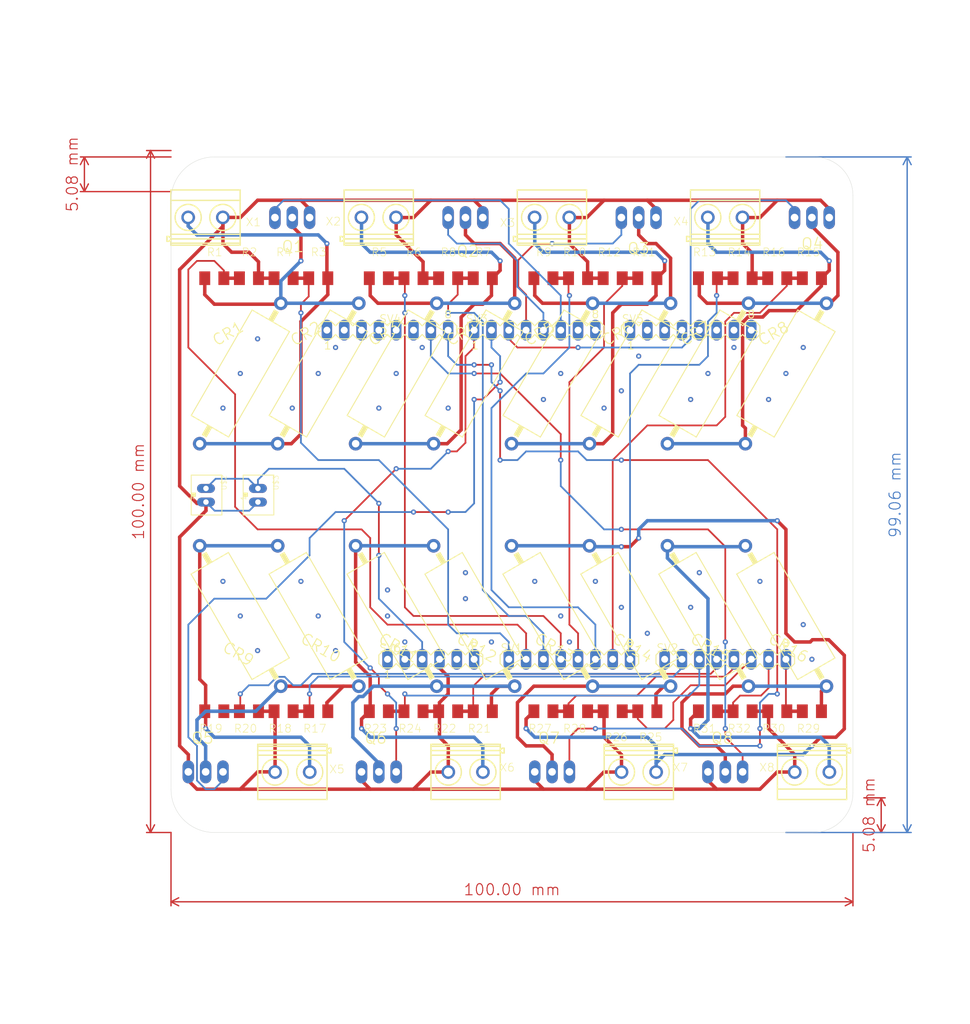
<source format=kicad_pcb>
(kicad_pcb (version 20221018) (generator pcbnew)
  (layers (0 "F.Cu" signal) (31 "B.Cu" signal) (34 "B.Paste" user) (35 "F.Paste" user) (36 "B.SilkS" user "B.Silkscreen") (37 "F.SilkS" user "F.Silkscreen") (38 "B.Mask" user) (39 "F.Mask" user) (44 "Edge.Cuts" user))
  (net 0 "")
  (net 1 "A0")
  (net 2 "GND")
  (net 3 "A1")
  (net 4 "+BATTERY1")
  (net 5 "PWM0")
  (net 6 "PWM1")
  (net 7 "PWM2")
  (net 8 "PWM3")
  (net 9 "A14")
  (net 10 "A15")
  (net 11 "PWM4")
  (net 12 "PWM6")
  (net 13 "PWM7")
  (net 14 "A2")
  (net 15 "A3")
  (net 16 "A4")
  (net 17 "A5")
  (net 18 "A6")
  (net 19 "A7")
  (net 20 "A8")
  (net 21 "A9")
  (net 22 "A10")
  (net 23 "A11")
  (net 24 "A12")
  (net 25 "A13")
  (net 26 "PWM5")
  (net 27 "N$3")
  (net 28 "N$1")
  (net 29 "N$2")
  (net 30 "N$4")
  (net 31 "+BATTERY2")
  (net 32 "+BATTERY3")
  (net 33 "+BATTERY4")
  (net 34 "N$5")
  (net 35 "N$6")
  (net 36 "N$7")
  (net 37 "N$8")
  (net 38 "+BATTERY5")
  (net 39 "+BATTERY6")
  (net 40 "+BATTERY8")
  (net 41 "+BATTERY7")
  (net 42 "5V")
  (footprint "18650_tester_5:M1206" (layer "F.Cu") (at 187.4012 136.7536)
    (fp_text reference "R30")
    (fp_text value "10k")
  )
  (footprint "18650_tester_5:M1206" (layer "F.Cu") (at 144.2212 136.7536)
    (fp_text reference "R21")
    (fp_text value "10k")
  )
  (footprint "18650_tester_5:RWM6X22" (layer "F.Cu") (at 120.0912 87.2236 -120)
    (fp_text reference "CR2")
    (fp_text value "")
  )
  (footprint "18650_tester_5:TO220BH" (layer "F.Cu") (at 141.6812 58.0136)
    (fp_text reference "Q2")
    (fp_text value "IRLZ44Z")
  )
  (footprint "18650_tester_5:M1206" (layer "F.Cu") (at 168.3512 73.2536)
    (fp_text reference "R11")
    (fp_text value "10k")
  )
  (footprint "18650_tester_5:M1206" (layer "F.Cu") (at 153.1112 73.2536 180)
    (fp_text reference "R9")
    (fp_text value "10k")
  )
  (footprint "18650_tester_5:M1206" (layer "F.Cu") (at 168.3512 136.7536)
    (fp_text reference "R25")
    (fp_text value "10k")
  )
  (footprint "18650_tester_5:TO220BH" (layer "F.Cu") (at 167.0812 58.0136)
    (fp_text reference "Q3")
    (fp_text value "IRLZ44Z")
  )
  (footprint "18650_tester_5:M1206" (layer "F.Cu") (at 139.1412 136.7536)
    (fp_text reference "R22")
    (fp_text value "10k")
  )
  (footprint "18650_tester_5:MKDSN1,5_2-5,08" (layer "F.Cu") (at 116.2812 145.6436 180)
    (fp_text reference "X5")
    (fp_text value "MKDSN1,5/2-5,08")
  )
  (footprint "18650_tester_5:RWM6X22" (layer "F.Cu") (at 188.6712 122.7836 120)
    (fp_text reference "CR16")
    (fp_text value "")
  )
  (footprint "18650_tester_5:RWM6X22" (layer "F.Cu") (at 188.6712 87.2236 -120)
    (fp_text reference "CR8")
    (fp_text value "")
  )
  (footprint "" (layer "F.Cu") (at 119.5012 105.0336)
    (fp_text reference "@HOLE4" hide)
    (fp_text value "")
  )
  (footprint "18650_tester_5:MA08-1" (layer "F.Cu") (at 179.7812 129.1336)
    (fp_text reference "SV2")
    (fp_text value "")
  )
  (footprint "18650_tester_5:M1206" (layer "F.Cu") (at 192.4812 73.2536)
    (fp_text reference "R15")
    (fp_text value "10k")
  )
  (footprint "18650_tester_5:TO220BH" (layer "F.Cu") (at 179.7812 151.9936 180)
    (fp_text reference "Q8")
    (fp_text value "IRLZ44Z")
  )
  (footprint "" (layer "F.Cu") (at 174.5012 105.0336)
    (fp_text reference "@HOLE5" hide)
    (fp_text value "")
  )
  (footprint "18650_tester_5:M1206" (layer "F.Cu") (at 153.1112 136.7536 180)
    (fp_text reference "R27")
    (fp_text value "10k")
  )
  (footprint "18650_tester_5:MA08-1" (layer "F.Cu") (at 156.9212 129.1336)
    (fp_text reference "SV1")
    (fp_text value "")
  )
  (footprint "18650_tester_5:MKDSN1,5_2-5,08" (layer "F.Cu") (at 154.3812 64.3636)
    (fp_text reference "X3")
    (fp_text value "MKDSN1,5/2-5,08")
  )
  (footprint "18650_tester_5:MA08-1" (layer "F.Cu") (at 151.8412 80.8736)
    (fp_text reference "SV3")
    (fp_text value "")
  )
  (footprint "18650_tester_5:TO220BH" (layer "F.Cu") (at 116.2812 58.0136)
    (fp_text reference "Q1")
    (fp_text value "IRLZ44Z")
  )
  (footprint "18650_tester_5:TO220BH" (layer "F.Cu") (at 128.9812 151.9936 180)
    (fp_text reference "Q6")
    (fp_text value "IRLZ44Z")
  )
  (footprint "" (layer "F.Cu") (at 128.5012 151.5336)
    (fp_text reference "@HOLE0" hide)
    (fp_text value "")
  )
  (footprint "18650_tester_5:M1206" (layer "F.Cu") (at 104.8512 73.2536 180)
    (fp_text reference "R1")
    (fp_text value "10k")
  )
  (footprint "18650_tester_5:RWM6X22" (layer "F.Cu") (at 108.6612 87.2236 -120)
    (fp_text reference "CR1")
    (fp_text value "")
  )
  (footprint "18650_tester_5:RWM6X22" (layer "F.Cu") (at 165.8112 122.7836 120)
    (fp_text reference "CR14")
    (fp_text value "")
  )
  (footprint "18650_tester_5:MKDSN1,5_2-5,08" (layer "F.Cu") (at 128.9812 64.3636)
    (fp_text reference "X2")
    (fp_text value "MKDSN1,5/2-5,08")
  )
  (footprint "18650_tester_5:RWM6X22" (layer "F.Cu") (at 177.2412 122.7836 120)
    (fp_text reference "CR15")
    (fp_text value "")
  )
  (footprint "18650_tester_5:M1206" (layer "F.Cu") (at 104.8512 136.7536 180)
    (fp_text reference "R19")
    (fp_text value "10k")
  )
  (footprint "18650_tester_5:M1206" (layer "F.Cu") (at 109.9312 136.7536 180)
    (fp_text reference "R20")
    (fp_text value "10k")
  )
  (footprint "18650_tester_5:M1206" (layer "F.Cu") (at 163.2712 73.2536)
    (fp_text reference "R12")
    (fp_text value "10k")
  )
  (footprint "18650_tester_5:RWM6X22" (layer "F.Cu") (at 131.5212 122.7836 120)
    (fp_text reference "CR11")
    (fp_text value "")
  )
  (footprint "18650_tester_5:RWM6X22" (layer "F.Cu") (at 142.9512 122.7836 120)
    (fp_text reference "CR12")
    (fp_text value "")
  )
  (footprint "18650_tester_5:MKDSN1,5_2-5,08" (layer "F.Cu") (at 179.7812 64.3636)
    (fp_text reference "X4")
    (fp_text value "MKDSN1,5/2-5,08")
  )
  (footprint "18650_tester_5:RWM6X22" (layer "F.Cu") (at 165.8112 87.2236 -120)
    (fp_text reference "CR6")
    (fp_text value "")
  )
  (footprint "18650_tester_5:RWM6X22" (layer "F.Cu") (at 131.5212 87.2236 -120)
    (fp_text reference "CR3")
    (fp_text value "")
  )
  (footprint "18650_tester_5:M1206" (layer "F.Cu") (at 115.0112 136.7536)
    (fp_text reference "R18")
    (fp_text value "10k")
  )
  (footprint "18650_tester_5:M1206" (layer "F.Cu") (at 115.0112 73.2536)
    (fp_text reference "R4")
    (fp_text value "10k")
  )
  (footprint "18650_tester_5:M1206" (layer "F.Cu") (at 177.2412 136.7536 180)
    (fp_text reference "R31")
    (fp_text value "10k")
  )
  (footprint "18650_tester_5:MA08-1" (layer "F.Cu") (at 130.2512 80.8736)
    (fp_text reference "SV4")
    (fp_text value "")
  )
  (footprint "18650_tester_5:RWM6X22" (layer "F.Cu") (at 177.2412 87.2236 -120)
    (fp_text reference "CR7")
    (fp_text value "")
  )
  (footprint "18650_tester_5:M1206" (layer "F.Cu") (at 177.2412 73.2536 180)
    (fp_text reference "R13")
    (fp_text value "10k")
  )
  (footprint "18650_tester_5:M1206" (layer "F.Cu") (at 128.9812 73.2536 180)
    (fp_text reference "R5")
    (fp_text value "10k")
  )
  (footprint "18650_tester_5:M1206" (layer "F.Cu") (at 187.4012 73.2536)
    (fp_text reference "R16")
    (fp_text value "10k")
  )
  (footprint "18650_tester_5:M1206" (layer "F.Cu") (at 134.0612 73.2536 180)
    (fp_text reference "R6")
    (fp_text value "10k")
  )
  (footprint "18650_tester_5:M1206" (layer "F.Cu") (at 134.0612 136.7536 180)
    (fp_text reference "R24")
    (fp_text value "10k")
  )
  (footprint "18650_tester_5:TO220BH" (layer "F.Cu") (at 192.4812 58.0136)
    (fp_text reference "Q4")
    (fp_text value "IRLZ44Z")
  )
  (footprint "18650_tester_5:M1206" (layer "F.Cu") (at 182.3212 136.7536 180)
    (fp_text reference "R32")
    (fp_text value "10k")
  )
  (footprint "" (layer "F.Cu") (at 116.5012 58.5336)
    (fp_text reference "@HOLE3" hide)
    (fp_text value "")
  )
  (footprint "18650_tester_5:M1206" (layer "F.Cu") (at 158.1912 73.2536 180)
    (fp_text reference "R10")
    (fp_text value "10k")
  )
  (footprint "18650_tester_5:MKDSN1,5_2-5,08" (layer "F.Cu") (at 103.5812 64.3636)
    (fp_text reference "X1")
    (fp_text value "MKDSN1,5/2-5,08")
  )
  (footprint "18650_tester_5:RWM6X22" (layer "F.Cu") (at 142.9512 87.2236 -120)
    (fp_text reference "CR4")
    (fp_text value "")
  )
  (footprint "18650_tester_5:TO220BH" (layer "F.Cu") (at 103.5812 151.9936 180)
    (fp_text reference "Q5")
    (fp_text value "IRLZ44Z")
  )
  (footprint "18650_tester_5:M1206" (layer "F.Cu") (at 120.0912 73.2536)
    (fp_text reference "R3")
    (fp_text value "10k")
  )
  (footprint "" (layer "F.Cu") (at 179.5012 151.5336)
    (fp_text reference "@HOLE1" hide)
    (fp_text value "")
  )
  (footprint "18650_tester_5:M1206" (layer "F.Cu") (at 139.1412 73.2536)
    (fp_text reference "R8")
    (fp_text value "10k")
  )
  (footprint "" (layer "F.Cu") (at 167.0012 58.5336)
    (fp_text reference "@HOLE2" hide)
    (fp_text value "")
  )
  (footprint "18650_tester_5:RWM6X22" (layer "F.Cu") (at 120.0912 122.7836 120)
    (fp_text reference "CR10")
    (fp_text value "")
  )
  (footprint "18650_tester_5:M1206" (layer "F.Cu") (at 192.4812 136.7536)
    (fp_text reference "R29")
    (fp_text value "10k")
  )
  (footprint "18650_tester_5:MKDSN1,5_2-5,08" (layer "F.Cu") (at 192.4812 145.6436 180)
    (fp_text reference "X8")
    (fp_text value "MKDSN1,5/2-5,08")
  )
  (footprint "18650_tester_5:JST_B2B-PH_HEADER" (layer "F.Cu") (at 111.2012 105.0036 -90)
    (fp_text reference "U$3")
    (fp_text value "JST-PH_2-PIN_HEADER" hide)
  )
  (footprint "18650_tester_5:RWM6X22" (layer "F.Cu") (at 154.3812 122.7836 120)
    (fp_text reference "CR13")
    (fp_text value "")
  )
  (footprint "18650_tester_5:M1206" (layer "F.Cu") (at 144.2212 73.2536)
    (fp_text reference "R7")
    (fp_text value "10k")
  )
  (footprint "18650_tester_5:M1206" (layer "F.Cu") (at 163.2712 136.7536)
    (fp_text reference "R26")
    (fp_text value "10k")
  )
  (footprint "18650_tester_5:RWM6X22" (layer "F.Cu") (at 108.6612 122.7836 120)
    (fp_text reference "CR9")
    (fp_text value "")
  )
  (footprint "18650_tester_5:M1206" (layer "F.Cu") (at 128.9812 136.7536 180)
    (fp_text reference "R23")
    (fp_text value "10k")
  )
  (footprint "18650_tester_5:MA06-1" (layer "F.Cu") (at 136.6012 129.1336)
    (fp_text reference "SV6")
    (fp_text value "")
  )
  (footprint "18650_tester_5:MA08-1" (layer "F.Cu") (at 174.7012 80.8736)
    (fp_text reference "SV5")
    (fp_text value "")
  )
  (footprint "18650_tester_5:M1206" (layer "F.Cu") (at 182.3212 73.2536 180)
    (fp_text reference "R14")
    (fp_text value "10k")
  )
  (footprint "18650_tester_5:MKDSN1,5_2-5,08" (layer "F.Cu") (at 141.6812 145.6436 180)
    (fp_text reference "X6")
    (fp_text value "MKDSN1,5/2-5,08")
  )
  (footprint "18650_tester_5:M1206" (layer "F.Cu") (at 158.1912 136.7536 180)
    (fp_text reference "R28")
    (fp_text value "10k")
  )
  (footprint "18650_tester_5:JST_B2B-PH_HEADER" (layer "F.Cu") (at 103.5812 105.0036 -90)
    (fp_text reference "U$2")
    (fp_text value "JST-PH_2-PIN_HEADER" hide)
  )
  (footprint "18650_tester_5:TO220BH" (layer "F.Cu") (at 154.3812 151.9936 180)
    (fp_text reference "Q7")
    (fp_text value "IRLZ44Z")
  )
  (footprint "18650_tester_5:RWM6X22" (layer "F.Cu") (at 154.3812 87.2236 -120)
    (fp_text reference "CR5")
    (fp_text value "")
  )
  (footprint "18650_tester_5:MKDSN1,5_2-5,08" (layer "F.Cu") (at 167.0812 145.6436 180)
    (fp_text reference "X7")
    (fp_text value "MKDSN1,5/2-5,08")
  )
  (footprint "18650_tester_5:M1206" (layer "F.Cu") (at 109.9312 73.2536 180)
    (fp_text reference "R2")
    (fp_text value "10k")
  )
  (footprint "18650_tester_5:M1206" (layer "F.Cu") (at 120.0912 136.7536)
    (fp_text reference "R17")
    (fp_text value "10k")
  )
  (gr_arc (start 198.501 148.684646) (mid 196.787881 152.820481) (end 192.652046 154.5336) (stroke (width 0.05)) (layer "Edge.Cuts"))
  (gr_arc (start 192.836215 55.4736) (mid 196.841823 57.132777) (end 198.501 61.138385) (stroke (width 0.05)) (layer "Edge.Cuts"))
  (gr_arc (start 104.8512 154.5336) (mid 100.361072 152.673728) (end 98.5012 148.1836) (stroke (width 0.05)) (layer "Edge.Cuts"))
  (gr_line (start 192.836215 55.4736) (end 104.8512 55.4736) (stroke (width 0.05)) (layer "Edge.Cuts"))
  (gr_line (start 98.5012 61.8236) (end 98.5012 148.1836) (stroke (width 0.05)) (layer "Edge.Cuts"))
  (gr_line (start 104.8512 154.5336) (end 192.652046 154.5336) (stroke (width 0.05)) (layer "Edge.Cuts"))
  (gr_line (start 198.501 148.684647) (end 198.501 61.138385) (stroke (width 0.05)) (layer "Edge.Cuts"))
  (gr_arc (start 98.5012 61.8236) (mid 100.361072 57.333472) (end 104.8512 55.4736) (stroke (width 0.05)) (layer "Edge.Cuts"))
  (dimension (type aligned) (layer "F.Cu") (pts (xy 200.1012 154.5336) (xy 200.1012 149.4536)) (height 2.54) (gr_text "5.08 mm" (at 200.8632 151.9936 90) (layer "F.Cu") (effects (font (size 1.63576 1.63576) (thickness 0.14224)))) (format (prefix "") (suffix "") (units 2) (units_format 1) (precision 2)) (style (thickness 0.2) (arrow_length 1.27) (text_position_mode 0) (extension_height 0.58642) (extension_offset 0) keep_text_aligned))
  (dimension (type aligned) (layer "F.Cu") (pts (xy 98.5012 55.4736) (xy 98.5012 60.5536)) (height 12.7) (gr_text "5.08 mm" (at 84.0232 58.0136 90) (layer "F.Cu") (effects (font (size 1.63576 1.63576) (thickness 0.14224)))) (format (prefix "") (suffix "") (units 2) (units_format 1) (precision 2)) (style (thickness 0.2) (arrow_length 1.27) (text_position_mode 0) (extension_height 0.58642) (extension_offset 0) keep_text_aligned))
  (dimension (type aligned) (layer "F.Cu") (pts (xy 98.5012 154.5336) (xy 98.5012 54.5336)) (height -3) (gr_text "100.00 mm" (at 93.7232 104.5336 90) (layer "F.Cu") (effects (font (size 1.63576 1.63576) (thickness 0.14224)))) (format (prefix "") (suffix "") (units 2) (units_format 1) (precision 2)) (style (thickness 0.2) (arrow_length 1.27) (text_position_mode 0) (extension_height 0.58642) (extension_offset 0) keep_text_aligned))
  (dimension (type aligned) (layer "F.Cu") (pts (xy 98.5012 154.5336) (xy 198.5012 154.5336)) (height 10.16) (gr_text "100.00 mm" (at 148.5012 162.9156) (layer "F.Cu") (effects (font (size 1.63576 1.63576) (thickness 0.14224)))) (format (prefix "") (suffix "") (units 2) (units_format 1) (precision 2)) (style (thickness 0.2) (arrow_length 1.27) (text_position_mode 0) (extension_height 0.58642) (extension_offset 0) keep_text_aligned))
  (dimension (type aligned) (layer "B.Cu") (pts (xy 188.6712 154.5336) (xy 188.6712 55.4736)) (height 17.78) (gr_text "99.06 mm" (at 204.6732 105.0036 90) (layer "B.Cu") (effects (font (size 1.63576 1.63576) (thickness 0.14224)))) (format (prefix "") (suffix "") (units 2) (units_format 1) (precision 2)) (style (thickness 0.2) (arrow_length 1.27) (text_position_mode 0) (extension_height 0.58642) (extension_offset 0) keep_text_aligned))
  (segment (start 117.5512 77.0636) (end 117.5512 78.3336) (width 0.254) (layer "F.Cu") (net 1))
  (segment (start 118.6912 75.9236) (end 117.5512 77.0636) (width 0.254) (layer "F.Cu") (net 1))
  (segment (start 118.6912 73.2536) (end 116.4112 73.2536) (width 0.508) (layer "F.Cu") (net 1))
  (segment (start 118.6912 73.2536) (end 118.6912 75.9236) (width 0.254) (layer "F.Cu") (net 1))
  (via (at 117.5512 78.3336) (size 0.7564) (drill 0.35) (layers "F.Cu" "B.Cu") (net 1))
  (segment (start 117.5512 97.3836) (end 117.5512 78.3336) (width 0.254) (layer "B.Cu") (net 1))
  (segment (start 148.0312 126.5936) (end 146.7612 125.3236) (width 0.254) (layer "B.Cu") (net 1))
  (segment (start 146.7612 125.3236) (end 140.4112 125.3236) (width 0.254) (layer "B.Cu") (net 1))
  (segment (start 139.1412 110.0836) (end 128.9812 99.9236) (width 0.254) (layer "B.Cu") (net 1))
  (segment (start 120.0912 99.9236) (end 117.5512 97.3836) (width 0.254) (layer "B.Cu") (net 1))
  (segment (start 139.1412 124.0536) (end 139.1412 110.0836) (width 0.254) (layer "B.Cu") (net 1))
  (segment (start 128.9812 99.9236) (end 120.0912 99.9236) (width 0.254) (layer "B.Cu") (net 1))
  (segment (start 148.0312 129.1336) (end 148.0312 126.5936) (width 0.254) (layer "B.Cu") (net 1))
  (segment (start 140.4112 125.3236) (end 139.1412 124.0536) (width 0.254) (layer "B.Cu") (net 1))
  (segment (start 189.9623 143.1247) (end 189.9623 145.6686) (width 0.508) (layer "F.Cu") (net 2))
  (segment (start 136.6012 145.6436) (end 134.0612 148.1836) (width 0.508) (layer "F.Cu") (net 2))
  (segment (start 102.3112 148.1836) (end 101.0412 146.9136) (width 0.508) (layer "F.Cu") (net 2))
  (segment (start 139.1623 145.6686) (end 136.6262 145.6686) (width 0.508) (layer "F.Cu") (net 2))
  (segment (start 108.6612 64.3636) (end 111.2012 61.8236) (width 0.508) (layer "F.Cu") (net 2))
  (segment (start 131.5001 64.3386) (end 131.5251 64.3636) (width 0.508) (layer "F.Cu") (net 2))
  (segment (start 161.8712 136.7536) (end 162.0012 136.8836) (width 0.508) (layer "F.Cu") (net 2))
  (segment (start 184.8612 148.1836) (end 178.5112 148.1836) (width 0.508) (layer "F.Cu") (net 2))
  (segment (start 135.4612 70.8436) (end 135.4612 73.2536) (width 0.508) (layer "F.Cu") (net 2))
  (segment (start 187.4262 145.6686) (end 187.4012 145.6436) (width 0.508) (layer "F.Cu") (net 2))
  (segment (start 187.4012 145.6436) (end 184.8612 148.1836) (width 0.508) (layer "F.Cu") (net 2))
  (segment (start 131.5212 66.9036) (end 135.4612 70.8436) (width 0.508) (layer "F.Cu") (net 2))
  (segment (start 144.2212 63.0936) (end 144.2212 64.3636) (width 0.508) (layer "F.Cu") (net 2))
  (segment (start 111.2012 61.8236) (end 117.5512 61.8236) (width 0.508) (layer "F.Cu") (net 2))
  (segment (start 101.0412 143.1036) (end 101.0412 145.6436) (width 0.508) (layer "F.Cu") (net 2))
  (segment (start 106.1001 64.3386) (end 106.1212 64.3597) (width 0.508) (layer "F.Cu") (net 2))
  (segment (start 118.8212 63.0936) (end 117.5512 61.8236) (width 0.508) (layer "F.Cu") (net 2))
  (segment (start 106.1001 65.6547) (end 99.7712 71.9836) (width 0.508) (layer "F.Cu") (net 2))
  (segment (start 186.1312 139.2936) (end 189.9623 143.1247) (width 0.508) (layer "F.Cu") (net 2))
  (segment (start 109.9312 69.4436) (end 111.3312 70.8436) (width 0.508) (layer "F.Cu") (net 2))
  (segment (start 183.7212 136.7536) (end 186.0012 136.7536) (width 0.508) (layer "F.Cu") (net 2))
  (segment (start 159.4612 64.3636) (end 162.0012 61.8236) (width 0.508) (layer "F.Cu") (net 2))
  (segment (start 137.8712 136.8836) (end 137.8712 140.5636) (width 0.508) (layer "F.Cu") (net 2))
  (segment (start 131.5001 64.3386) (end 131.5212 64.3597) (width 0.508) (layer "F.Cu") (net 2))
  (segment (start 159.4612 148.1836) (end 153.1112 148.1836) (width 0.508) (layer "F.Cu") (net 2))
  (segment (start 169.6212 63.0936) (end 169.6212 64.3636) (width 0.508) (layer "F.Cu") (net 2))
  (segment (start 159.5912 136.7536) (end 161.8712 136.7536) (width 0.508) (layer "F.Cu") (net 2))
  (segment (start 131.5212 64.3597) (end 131.5212 66.9036) (width 0.508) (layer "F.Cu") (net 2))
  (segment (start 156.9212 64.3597) (end 156.9212 68.1736) (width 0.508) (layer "F.Cu") (net 2))
  (segment (start 139.1412 131.6736) (end 137.8712 130.4036) (width 0.508) (layer "F.Cu") (net 2))
  (segment (start 137.7412 73.2536) (end 135.4612 73.2536) (width 0.508) (layer "F.Cu") (net 2))
  (segment (start 139.1412 134.2136) (end 137.8712 135.4836) (width 0.508) (layer "F.Cu") (net 2))
  (segment (start 153.1112 148.1836) (end 134.0612 148.1836) (width 0.508) (layer "F.Cu") (net 2))
  (segment (start 182.3001 64.3386) (end 182.3212 64.3597) (width 0.508) (layer "F.Cu") (net 2))
  (segment (start 103.6287 107.3486) (end 99.7712 111.2061) (width 0.508) (layer "F.Cu") (net 2))
  (segment (start 137.8712 135.4836) (end 137.8712 136.8836) (width 0.508) (layer "F.Cu") (net 2))
  (segment (start 111.3312 70.8436) (end 111.3312 73.2536) (width 0.508) (layer "F.Cu") (net 2))
  (segment (start 101.0412 146.9136) (end 101.0412 145.6436) (width 0.508) (layer "F.Cu") (net 2))
  (segment (start 106.1001 64.3386) (end 108.6362 64.3386) (width 0.508) (layer "F.Cu") (net 2))
  (segment (start 187.4012 61.8236) (end 193.7512 61.8236) (width 0.508) (layer "F.Cu") (net 2))
  (segment (start 168.3512 61.8236) (end 187.4012 61.8236) (width 0.508) (layer "F.Cu") (net 2))
  (segment (start 151.8412 146.9136) (end 151.8412 145.6436) (width 0.508) (layer "F.Cu") (net 2))
  (segment (start 117.5512 61.8236) (end 136.6012 61.8236) (width 0.508) (layer "F.Cu") (net 2))
  (segment (start 106.1001 64.3386) (end 106.1001 65.6547) (width 0.508) (layer "F.Cu") (net 2))
  (segment (start 177.2412 146.9136) (end 178.5112 148.1836) (width 0.508) (layer "F.Cu") (net 2))
  (segment (start 137.8712 140.5636) (end 139.1623 141.8547) (width 0.508) (layer "F.Cu") (net 2))
  (segment (start 137.8712 129.1336) (end 137.8712 130.4036) (width 0.508) (layer "F.Cu") (net 2))
  (segment (start 139.1412 131.6736) (end 139.1412 134.2136) (width 0.508) (layer "F.Cu") (net 2))
  (segment (start 195.0212 63.0936) (end 195.0212 64.3636) (width 0.508) (layer "F.Cu") (net 2))
  (segment (start 186.0012 136.7536) (end 186.1312 136.8836) (width 0.508) (layer "F.Cu") (net 2))
  (segment (start 99.7712 103.7336) (end 102.3112 106.2736) (width 0.508) (layer "F.Cu") (net 2))
  (segment (start 113.6112 73.2536) (end 111.3312 73.2536) (width 0.508) (layer "F.Cu") (net 2))
  (segment (start 111.2012 145.6436) (end 108.6612 148.1836) (width 0.508) (layer "F.Cu") (net 2))
  (segment (start 113.7623 145.6686) (end 113.7373 145.6436) (width 0.508) (layer "F.Cu") (net 2))
  (segment (start 182.3212 68.1736) (end 183.7212 69.5736) (width 0.508) (layer "F.Cu") (net 2))
  (segment (start 134.0612 64.3636) (end 136.6012 61.8236) (width 0.508) (layer "F.Cu") (net 2))
  (segment (start 136.6262 145.6686) (end 136.6012 145.6436) (width 0.508) (layer "F.Cu") (net 2))
  (segment (start 183.7212 69.5736) (end 183.7212 73.2536) (width 0.508) (layer "F.Cu") (net 2))
  (segment (start 164.5623 145.6686) (end 161.9762 145.6686) (width 0.508) (layer "F.Cu") (net 2))
  (segment (start 134.0612 148.1836) (end 127.7112 148.1836) (width 0.508) (layer "F.Cu") (net 2))
  (segment (start 107.3912 69.4436) (end 109.9312 69.4436) (width 0.508) (layer "F.Cu") (net 2))
  (segment (start 137.7412 136.7536) (end 137.8712 136.8836) (width 0.508) (layer "F.Cu") (net 2))
  (segment (start 136.6012 61.8236) (end 142.9512 61.8236) (width 0.508) (layer "F.Cu") (net 2))
  (segment (start 162.0012 136.8836) (end 162.0012 140.5636) (width 0.508) (layer "F.Cu") (net 2))
  (segment (start 108.6362 64.3386) (end 108.6612 64.3636) (width 0.508) (layer "F.Cu") (net 2))
  (segment (start 156.9212 68.1736) (end 159.5912 70.8436) (width 0.508) (layer "F.Cu") (net 2))
  (segment (start 162.0012 61.8236) (end 168.3512 61.8236) (width 0.508) (layer "F.Cu") (net 2))
  (segment (start 135.4612 136.7536) (end 137.7412 136.7536) (width 0.508) (layer "F.Cu") (net 2))
  (segment (start 153.1112 148.1836) (end 151.8412 146.9136) (width 0.508) (layer "F.Cu") (net 2))
  (segment (start 127.7112 148.1836) (end 126.4412 146.9136) (width 0.508) (layer "F.Cu") (net 2))
  (segment (start 103.4337 106.2736) (end 103.6287 106.0786) (width 0.508) (layer "F.Cu") (net 2))
  (segment (start 142.9512 61.8236) (end 162.0012 61.8236) (width 0.508) (layer "F.Cu") (net 2))
  (segment (start 161.9762 145.6686) (end 159.4612 148.1836) (width 0.508) (layer "F.Cu") (net 2))
  (segment (start 113.6112 136.7536) (end 113.7623 136.9047) (width 0.508) (layer "F.Cu") (net 2))
  (segment (start 183.7212 73.2536) (end 186.0012 73.2536) (width 0.508) (layer "F.Cu") (net 2))
  (segment (start 99.7712 71.9836) (end 99.7712 103.7336) (width 0.508) (layer "F.Cu") (net 2))
  (segment (start 178.5112 148.1836) (end 159.4612 148.1836) (width 0.508) (layer "F.Cu") (net 2))
  (segment (start 159.5912 70.8436) (end 159.5912 73.2536) (width 0.508) (layer "F.Cu") (net 2))
  (segment (start 144.2212 63.0936) (end 142.9512 61.8236) (width 0.508) (layer "F.Cu") (net 2))
  (segment (start 189.9623 145.6686) (end 187.4262 145.6686) (width 0.508) (layer "F.Cu") (net 2))
  (segment (start 156.9251 64.3636) (end 159.4612 64.3636) (width 0.508) (layer "F.Cu") (net 2))
  (segment (start 161.8712 73.2536) (end 159.5912 73.2536) (width 0.508) (layer "F.Cu") (net 2))
  (segment (start 108.6612 148.1836) (end 102.3112 148.1836) (width 0.508) (layer "F.Cu") (net 2))
  (segment (start 182.3251 64.3636) (end 184.8612 64.3636) (width 0.508) (layer "F.Cu") (net 2))
  (segment (start 102.3112 106.2736) (end 103.4337 106.2736) (width 0.508) (layer "F.Cu") (net 2))
  (segment (start 106.1212 68.1736) (end 107.3912 69.4436) (width 0.508) (layer "F.Cu") (net 2))
  (segment (start 106.1212 64.3597) (end 106.1212 68.1736) (width 0.508) (layer "F.Cu") (net 2))
  (segment (start 164.5623 143.1247) (end 164.5623 145.6686) (width 0.508) (layer "F.Cu") (net 2))
  (segment (start 113.7373 145.6436) (end 111.2012 145.6436) (width 0.508) (layer "F.Cu") (net 2))
  (segment (start 186.1312 136.8836) (end 186.1312 139.2936) (width 0.508) (layer "F.Cu") (net 2))
  (segment (start 184.8612 64.3636) (end 187.4012 61.8236) (width 0.508) (layer "F.Cu") (net 2))
  (segment (start 168.3512 61.8236) (end 169.6212 63.0936) (width 0.508) (layer "F.Cu") (net 2))
  (segment (start 103.6287 106.0786) (end 103.6287 107.3486) (width 0.508) (layer "F.Cu") (net 2))
  (segment (start 127.7112 148.1836) (end 108.6612 148.1836) (width 0.508) (layer "F.Cu") (net 2))
  (segment (start 177.2412 146.9136) (end 177.2412 145.6436) (width 0.508) (layer "F.Cu") (net 2))
  (segment (start 118.8212 63.0936) (end 118.8212 64.3636) (width 0.508) (layer "F.Cu") (net 2))
  (segment (start 182.3212 64.3597) (end 182.3212 68.1736) (width 0.508) (layer "F.Cu") (net 2))
  (segment (start 139.1623 141.8547) (end 139.1623 145.6686) (width 0.508) (layer "F.Cu") (net 2))
  (segment (start 126.4412 146.9136) (end 126.4412 145.6436) (width 0.508) (layer "F.Cu") (net 2))
  (segment (start 99.7712 141.8336) (end 101.0412 143.1036) (width 0.508) (layer "F.Cu") (net 2))
  (segment (start 113.7623 136.9047) (end 113.7623 145.6686) (width 0.508) (layer "F.Cu") (net 2))
  (segment (start 156.9001 64.3386) (end 156.9251 64.3636) (width 0.508) (layer "F.Cu") (net 2))
  (segment (start 113.6112 136.7536) (end 111.3312 136.7536) (width 0.508) (layer "F.Cu") (net 2))
  (segment (start 162.0012 140.5636) (end 164.5623 143.1247) (width 0.508) (layer "F.Cu") (net 2))
  (segment (start 182.3001 64.3386) (end 182.3251 64.3636) (width 0.508) (layer "F.Cu") (net 2))
  (segment (start 131.5251 64.3636) (end 134.0612 64.3636) (width 0.508) (layer "F.Cu") (net 2))
  (segment (start 156.9001 64.3386) (end 156.9212 64.3597) (width 0.508) (layer "F.Cu") (net 2))
  (segment (start 193.7512 61.8236) (end 195.0212 63.0936) (width 0.508) (layer "F.Cu") (net 2))
  (segment (start 99.7712 111.2061) (end 99.7712 141.8336) (width 0.508) (layer "F.Cu") (net 2))
  (via (at 192.4812 129.1336) (size 0.7564) (drill 0.35) (layers "F.Cu" "B.Cu") (net 2))
  (via (at 108.6612 122.7836) (size 0.7564) (drill 0.35) (layers "F.Cu" "B.Cu") (net 2))
  (via (at 184.8612 117.7036) (size 0.7564) (drill 0.35) (layers "F.Cu" "B.Cu") (net 2))
  (via (at 191.2112 124.0536) (size 0.7564) (drill 0.35) (layers "F.Cu" "B.Cu") (net 2))
  (via (at 191.2112 83.4136) (size 0.7564) (drill 0.35) (layers "F.Cu" "B.Cu") (net 2))
  (via (at 111.2012 127.8636) (size 0.7564) (drill 0.35) (layers "F.Cu" "B.Cu") (net 2))
  (via (at 135.3312 83.4136) (size 0.7564) (drill 0.35) (layers "F.Cu" "B.Cu") (net 2))
  (via (at 155.6512 87.2236) (size 0.7564) (drill 0.35) (layers "F.Cu" "B.Cu") (net 2))
  (via (at 132.7912 126.5936) (size 0.7564) (drill 0.35) (layers "F.Cu" "B.Cu") (net 2))
  (via (at 162.0012 92.3036) (size 0.7564) (drill 0.35) (layers "F.Cu" "B.Cu") (net 2))
  (via (at 106.1212 92.3036) (size 0.7564) (drill 0.35) (layers "F.Cu" "B.Cu") (net 2))
  (via (at 168.3512 125.3236) (size 0.7564) (drill 0.35) (layers "F.Cu" "B.Cu") (net 2))
  (via (at 117.5512 117.7036) (size 0.7564) (drill 0.35) (layers "F.Cu" "B.Cu") (net 2))
  (via (at 106.1212 117.7036) (size 0.7564) (drill 0.35) (layers "F.Cu" "B.Cu") (net 2))
  (via (at 120.0912 122.7836) (size 0.7564) (drill 0.35) (layers "F.Cu" "B.Cu") (net 2))
  (via (at 160.7312 117.7036) (size 0.7564) (drill 0.35) (layers "F.Cu" "B.Cu") (net 2))
  (via (at 111.2012 82.1436) (size 0.7564) (drill 0.35) (layers "F.Cu" "B.Cu") (net 2))
  (via (at 181.0512 83.4136) (size 0.7564) (drill 0.35) (layers "F.Cu" "B.Cu") (net 2))
  (via (at 108.6612 87.2236) (size 0.7564) (drill 0.35) (layers "F.Cu" "B.Cu") (net 2))
  (via (at 151.8412 117.7036) (size 0.7564) (drill 0.35) (layers "F.Cu" "B.Cu") (net 2))
  (via (at 156.9212 126.5936) (size 0.7564) (drill 0.35) (layers "F.Cu" "B.Cu") (net 2))
  (via (at 116.2812 92.3036) (size 0.7564) (drill 0.35) (layers "F.Cu" "B.Cu") (net 2))
  (via (at 130.2512 122.7836) (size 0.7564) (drill 0.35) (layers "F.Cu" "B.Cu") (net 2))
  (via (at 174.7012 91.0336) (size 0.7564) (drill 0.35) (layers "F.Cu" "B.Cu") (net 2))
  (via (at 141.6812 116.4336) (size 0.7564) (drill 0.35) (layers "F.Cu" "B.Cu") (net 2))
  (via (at 145.4912 126.5936) (size 0.7564) (drill 0.35) (layers "F.Cu" "B.Cu") (net 2))
  (via (at 139.1412 92.3036) (size 0.7564) (drill 0.35) (layers "F.Cu" "B.Cu") (net 2))
  (via (at 164.5412 89.7636) (size 0.7564) (drill 0.35) (layers "F.Cu" "B.Cu") (net 2))
  (via (at 155.6512 122.7836) (size 0.7564) (drill 0.35) (layers "F.Cu" "B.Cu") (net 2))
  (via (at 141.6812 120.2436) (size 0.7564) (drill 0.35) (layers "F.Cu" "B.Cu") (net 2))
  (via (at 122.6312 127.8636) (size 0.7564) (drill 0.35) (layers "F.Cu" "B.Cu") (net 2))
  (via (at 122.6312 83.4136) (size 0.7564) (drill 0.35) (layers "F.Cu" "B.Cu") (net 2))
  (via (at 128.9812 92.3036) (size 0.7564) (drill 0.35) (layers "F.Cu" "B.Cu") (net 2))
  (via (at 131.5212 87.2236) (size 0.7564) (drill 0.35) (layers "F.Cu" "B.Cu") (net 2))
  (via (at 130.2512 118.9736) (size 0.7564) (drill 0.35) (layers "F.Cu" "B.Cu") (net 2))
  (via (at 120.0912 87.2236) (size 0.7564) (drill 0.35) (layers "F.Cu" "B.Cu") (net 2))
  (via (at 167.0812 84.6836) (size 0.7564) (drill 0.35) (layers "F.Cu" "B.Cu") (net 2))
  (via (at 177.2412 87.2236) (size 0.7564) (drill 0.35) (layers "F.Cu" "B.Cu") (net 2))
  (via (at 164.5412 121.5136) (size 0.7564) (drill 0.35) (layers "F.Cu" "B.Cu") (net 2))
  (via (at 186.1312 91.0336) (size 0.7564) (drill 0.35) (layers "F.Cu" "B.Cu") (net 2))
  (via (at 153.1112 91.0336) (size 0.7564) (drill 0.35) (layers "F.Cu" "B.Cu") (net 2))
  (via (at 175.9712 116.4336) (size 0.7564) (drill 0.35) (layers "F.Cu" "B.Cu") (net 2))
  (via (at 188.6712 87.2236) (size 0.7564) (drill 0.35) (layers "F.Cu" "B.Cu") (net 2))
  (via (at 174.7012 121.5136) (size 0.7564) (drill 0.35) (layers "F.Cu" "B.Cu") (net 2))
  (segment (start 111.2487 106.0786) (end 109.9787 107.3486) (width 0.254) (layer "B.Cu") (net 2))
  (segment (start 104.8987 107.3486) (end 103.6287 106.0786) (width 0.254) (layer "B.Cu") (net 2))
  (segment (start 109.9787 107.3486) (end 104.8987 107.3486) (width 0.254) (layer "B.Cu") (net 2))
  (segment (start 101.0412 83.4136) (end 101.0412 71.9836) (width 0.254) (layer "F.Cu") (net 3))
  (segment (start 107.899162 90.271563) (end 101.0412 83.4136) (width 0.254) (layer "F.Cu") (net 3))
  (segment (start 130.2512 124.0536) (end 127.7112 121.5136) (width 0.254) (layer "F.Cu") (net 3))
  (segment (start 127.7112 121.5136) (end 127.7112 111.3536) (width 0.254) (layer "F.Cu") (net 3))
  (segment (start 101.0412 71.9836) (end 102.3112 70.7136) (width 0.254) (layer "F.Cu") (net 3))
  (segment (start 149.3012 124.0536) (end 130.2512 124.0536) (width 0.254) (layer "F.Cu") (net 3))
  (segment (start 108.5312 73.2536) (end 106.2512 73.2536) (width 0.508) (layer "F.Cu") (net 3))
  (segment (start 106.2512 72.1136) (end 106.2512 73.2536) (width 0.254) (layer "F.Cu") (net 3))
  (segment (start 126.4412 110.0836) (end 111.2012 110.0836) (width 0.254) (layer "F.Cu") (net 3))
  (segment (start 107.899162 106.781563) (end 107.899162 90.271563) (width 0.254) (layer "F.Cu") (net 3))
  (segment (start 102.3112 70.7136) (end 104.8512 70.7136) (width 0.254) (layer "F.Cu") (net 3))
  (segment (start 150.5712 125.3236) (end 149.3012 124.0536) (width 0.254) (layer "F.Cu") (net 3))
  (segment (start 150.5712 129.1336) (end 150.5712 125.3236) (width 0.254) (layer "F.Cu") (net 3))
  (segment (start 127.7112 111.3536) (end 126.4412 110.0836) (width 0.254) (layer "F.Cu") (net 3))
  (segment (start 104.8512 70.7136) (end 106.2512 72.1136) (width 0.254) (layer "F.Cu") (net 3))
  (segment (start 111.2012 110.0836) (end 107.899162 106.781563) (width 0.254) (layer "F.Cu") (net 3))
  (segment (start 116.144156 97.520644) (end 114.146196 97.520644) (width 0.508) (layer "F.Cu") (net 4))
  (segment (start 121.3612 68.1736) (end 121.3612 73.1236) (width 0.508) (layer "F.Cu") (net 4))
  (segment (start 117.5512 96.1136) (end 116.144156 97.520644) (width 0.508) (layer "F.Cu") (net 4))
  (segment (start 121.3612 73.1236) (end 121.4912 73.2536) (width 0.508) (layer "F.Cu") (net 4))
  (segment (start 121.4912 75.6636) (end 117.5512 79.6036) (width 0.508) (layer "F.Cu") (net 4))
  (segment (start 121.4912 73.2536) (end 121.4912 75.6636) (width 0.508) (layer "F.Cu") (net 4))
  (segment (start 117.5512 79.6036) (end 117.5512 96.1136) (width 0.508) (layer "F.Cu") (net 4))
  (via (at 121.3612 68.1736) (size 0.7564) (drill 0.35) (layers "F.Cu" "B.Cu") (net 4))
  (segment (start 101.0201 65.6125) (end 102.3112 66.9036) (width 0.508) (layer "B.Cu") (net 4))
  (segment (start 120.0912 66.9036) (end 121.3612 68.1736) (width 0.508) (layer "B.Cu") (net 4))
  (segment (start 102.3112 66.9036) (end 120.0912 66.9036) (width 0.508) (layer "B.Cu") (net 4))
  (segment (start 101.0201 64.3386) (end 101.0201 65.6125) (width 0.508) (layer "B.Cu") (net 4))
  (segment (start 102.716196 97.520644) (end 114.146196 97.520644) (width 0.508) (layer "B.Cu") (net 4))
  (segment (start 148.0312 63.0936) (end 148.0312 68.1736) (width 0.254) (layer "B.Cu") (net 5))
  (segment (start 113.7412 63.0936) (end 115.0112 61.8236) (width 0.254) (layer "B.Cu") (net 5))
  (segment (start 155.6512 75.7936) (end 155.6512 80.8736) (width 0.254) (layer "B.Cu") (net 5))
  (segment (start 113.7412 64.3636) (end 113.7412 63.0936) (width 0.254) (layer "B.Cu") (net 5))
  (segment (start 148.0312 68.1736) (end 155.6512 75.7936) (width 0.254) (layer "B.Cu") (net 5))
  (segment (start 115.0112 61.8236) (end 146.7612 61.8236) (width 0.254) (layer "B.Cu") (net 5))
  (segment (start 146.7612 61.8236) (end 148.0312 63.0936) (width 0.254) (layer "B.Cu") (net 5))
  (segment (start 139.1412 66.9036) (end 140.4112 68.1736) (width 0.254) (layer "B.Cu") (net 6))
  (segment (start 153.1112 78.3336) (end 153.1112 80.8736) (width 0.254) (layer "B.Cu") (net 6))
  (segment (start 139.1412 64.3636) (end 139.1412 66.9036) (width 0.254) (layer "B.Cu") (net 6))
  (segment (start 146.7612 68.1736) (end 149.3012 70.7136) (width 0.254) (layer "B.Cu") (net 6))
  (segment (start 140.4112 68.1736) (end 146.7612 68.1736) (width 0.254) (layer "B.Cu") (net 6))
  (segment (start 149.3012 70.7136) (end 149.3012 74.5236) (width 0.254) (layer "B.Cu") (net 6))
  (segment (start 149.3012 74.5236) (end 153.1112 78.3336) (width 0.254) (layer "B.Cu") (net 6))
  (segment (start 154.3812 68.1736) (end 151.8412 68.1736) (width 0.254) (layer "F.Cu") (net 7))
  (segment (start 150.5712 75.6652) (end 150.5712 80.8736) (width 0.254) (layer "F.Cu") (net 7))
  (segment (start 149.4296 74.652) (end 149.4296 74.5236) (width 0.254) (layer "F.Cu") (net 7))
  (segment (start 151.8412 68.1736) (end 149.4296 70.5852) (width 0.254) (layer "F.Cu") (net 7))
  (segment (start 149.4296 74.5236) (end 150.5712 75.6652) (width 0.254) (layer "F.Cu") (net 7))
  (segment (start 149.4296 70.5852) (end 149.4296 74.5236) (width 0.254) (layer "F.Cu") (net 7))
  (via (at 154.3812 68.1736) (size 0.7564) (drill 0.35) (layers "F.Cu" "B.Cu") (net 7))
  (segment (start 163.2712 68.1736) (end 154.3812 68.1736) (width 0.254) (layer "B.Cu") (net 7))
  (segment (start 164.5412 64.3636) (end 164.5412 66.9036) (width 0.254) (layer "B.Cu") (net 7))
  (segment (start 164.5412 66.9036) (end 163.2712 68.1736) (width 0.254) (layer "B.Cu") (net 7))
  (segment (start 148.0312 82.1436) (end 148.0312 80.8736) (width 0.254) (layer "F.Cu") (net 8))
  (segment (start 149.3012 83.4136) (end 148.0312 82.1436) (width 0.254) (layer "F.Cu") (net 8))
  (segment (start 149.3012 83.4136) (end 158.1912 83.4136) (width 0.254) (layer "F.Cu") (net 8))
  (via (at 158.1912 83.4136) (size 0.7564) (drill 0.35) (layers "F.Cu" "B.Cu") (net 8))
  (segment (start 174.7012 63.0936) (end 174.7012 82.1436) (width 0.254) (layer "B.Cu") (net 8))
  (segment (start 174.7012 82.1436) (end 173.4312 83.4136) (width 0.254) (layer "B.Cu") (net 8))
  (segment (start 175.9712 61.8236) (end 174.7012 63.0936) (width 0.254) (layer "B.Cu") (net 8))
  (segment (start 173.4312 83.4136) (end 158.1912 83.4136) (width 0.254) (layer "B.Cu") (net 8))
  (segment (start 188.6712 61.8236) (end 175.9712 61.8236) (width 0.254) (layer "B.Cu") (net 8))
  (segment (start 189.9412 64.3636) (end 189.9412 63.0936) (width 0.254) (layer "B.Cu") (net 8))
  (segment (start 189.9412 63.0936) (end 188.6712 61.8236) (width 0.254) (layer "B.Cu") (net 8))
  (segment (start 185.0249 134.453613) (end 181.951187 134.453613) (width 0.254) (layer "F.Cu") (net 9))
  (segment (start 181.951187 134.453613) (end 180.9212 135.4836) (width 0.254) (layer "F.Cu") (net 9))
  (segment (start 180.9212 135.4836) (end 180.9212 136.7536) (width 0.254) (layer "F.Cu") (net 9))
  (segment (start 178.6412 136.7536) (end 180.9212 136.7536) (width 0.508) (layer "F.Cu") (net 9))
  (segment (start 186.1312 129.1336) (end 186.1312 133.347313) (width 0.254) (layer "F.Cu") (net 9))
  (segment (start 186.1312 133.347313) (end 185.0249 134.453613) (width 0.254) (layer "F.Cu") (net 9))
  (segment (start 188.6712 129.1336) (end 188.6712 136.6236) (width 0.254) (layer "F.Cu") (net 10))
  (segment (start 188.6712 136.6236) (end 188.8012 136.7536) (width 0.254) (layer "F.Cu") (net 10))
  (segment (start 188.8012 136.7536) (end 191.0812 136.7536) (width 0.508) (layer "F.Cu") (net 10))
  (segment (start 144.2212 91.0336) (end 142.9512 91.0336) (width 0.254) (layer "F.Cu") (net 11))
  (segment (start 146.7612 88.4936) (end 144.2212 91.0336) (width 0.254) (layer "F.Cu") (net 11))
  (segment (start 139.1412 107.5436) (end 134.0612 107.5436) (width 0.254) (layer "F.Cu") (net 11))
  (via (at 134.0612 107.5436) (size 0.7564) (drill 0.35) (layers "F.Cu" "B.Cu") (net 11))
  (via (at 146.7612 88.4936) (size 0.7564) (drill 0.35) (layers "F.Cu" "B.Cu") (net 11))
  (via (at 139.1412 107.5436) (size 0.7564) (drill 0.35) (layers "F.Cu" "B.Cu") (net 11))
  (via (at 142.9512 91.0336) (size 0.7564) (drill 0.35) (layers "F.Cu" "B.Cu") (net 11))
  (segment (start 102.3112 141.8336) (end 102.3112 146.9136) (width 0.254) (layer "B.Cu") (net 11))
  (segment (start 141.6812 107.5436) (end 139.1412 107.5436) (width 0.254) (layer "B.Cu") (net 11))
  (segment (start 104.8512 120.2436) (end 101.0412 124.0536) (width 0.254) (layer "B.Cu") (net 11))
  (segment (start 104.8512 148.1836) (end 106.1212 146.9136) (width 0.254) (layer "B.Cu") (net 11))
  (segment (start 142.9512 91.0336) (end 142.9512 106.2736) (width 0.254) (layer "B.Cu") (net 11))
  (segment (start 112.4712 120.2436) (end 104.8512 120.2436) (width 0.254) (layer "B.Cu") (net 11))
  (segment (start 145.4912 83.4136) (end 145.4912 80.8736) (width 0.254) (layer "B.Cu") (net 11))
  (segment (start 102.3112 146.9136) (end 103.5812 148.1836) (width 0.254) (layer "B.Cu") (net 11))
  (segment (start 142.9512 106.2736) (end 141.6812 107.5436) (width 0.254) (layer "B.Cu") (net 11))
  (segment (start 106.1212 146.9136) (end 106.1212 145.6436) (width 0.254) (layer "B.Cu") (net 11))
  (segment (start 118.8212 111.3536) (end 118.8212 113.8936) (width 0.254) (layer "B.Cu") (net 11))
  (segment (start 134.0612 107.5436) (end 122.6312 107.5436) (width 0.254) (layer "B.Cu") (net 11))
  (segment (start 101.0412 124.0536) (end 101.0412 140.5636) (width 0.254) (layer "B.Cu") (net 11))
  (segment (start 103.5812 148.1836) (end 104.8512 148.1836) (width 0.254) (layer "B.Cu") (net 11))
  (segment (start 118.8212 113.8936) (end 112.4712 120.2436) (width 0.254) (layer "B.Cu") (net 11))
  (segment (start 122.6312 107.5436) (end 118.8212 111.3536) (width 0.254) (layer "B.Cu") (net 11))
  (segment (start 146.7612 88.4936) (end 146.7612 84.6836) (width 0.254) (layer "B.Cu") (net 11))
  (segment (start 101.0412 140.5636) (end 102.3112 141.8336) (width 0.254) (layer "B.Cu") (net 11))
  (segment (start 146.7612 84.6836) (end 145.4912 83.4136) (width 0.254) (layer "B.Cu") (net 11))
  (segment (start 146.7612 99.9236) (end 146.7612 89.7636) (width 0.254) (layer "F.Cu") (net 12))
  (segment (start 187.4012 110.0836) (end 177.2412 99.9236) (width 0.254) (layer "F.Cu") (net 12))
  (segment (start 158.1912 139.2936) (end 160.7312 139.2936) (width 0.254) (layer "F.Cu") (net 12))
  (segment (start 156.9212 145.6436) (end 156.9212 140.5636) (width 0.254) (layer "F.Cu") (net 12))
  (segment (start 142.9512 85.9536) (end 145.4912 85.9536) (width 0.254) (layer "F.Cu") (net 12))
  (segment (start 187.4012 134.2136) (end 187.4012 110.0836) (width 0.254) (layer "F.Cu") (net 12))
  (segment (start 177.2412 99.9236) (end 164.5412 99.9236) (width 0.254) (layer "F.Cu") (net 12))
  (segment (start 184.8612 141.8336) (end 184.8612 139.2936) (width 0.254) (layer "F.Cu") (net 12))
  (segment (start 156.9212 140.5636) (end 158.1912 139.2936) (width 0.254) (layer "F.Cu") (net 12))
  (via (at 145.4912 85.9536) (size 0.7564) (drill 0.35) (layers "F.Cu" "B.Cu") (net 12))
  (via (at 146.7612 99.9236) (size 0.7564) (drill 0.35) (layers "F.Cu" "B.Cu") (net 12))
  (via (at 142.9512 85.9536) (size 0.7564) (drill 0.35) (layers "F.Cu" "B.Cu") (net 12))
  (via (at 164.5412 99.9236) (size 0.7564) (drill 0.35) (layers "F.Cu" "B.Cu") (net 12))
  (via (at 187.4012 134.2136) (size 0.7564) (drill 0.35) (layers "F.Cu" "B.Cu") (net 12))
  (via (at 184.8612 139.2936) (size 0.7564) (drill 0.35) (layers "F.Cu" "B.Cu") (net 12))
  (via (at 160.7312 139.2936) (size 0.7564) (drill 0.35) (layers "F.Cu" "B.Cu") (net 12))
  (via (at 146.7612 89.7636) (size 0.7564) (drill 0.35) (layers "F.Cu" "B.Cu") (net 12))
  (via (at 184.8612 141.8336) (size 0.7564) (drill 0.35) (layers "F.Cu" "B.Cu") (net 12))
  (segment (start 145.4912 88.4936) (end 145.4912 85.9536) (width 0.254) (layer "B.Cu") (net 12))
  (segment (start 184.8612 139.2936) (end 184.8612 135.4836) (width 0.254) (layer "B.Cu") (net 12))
  (segment (start 184.8612 135.4836) (end 186.1312 134.2136) (width 0.254) (layer "B.Cu") (net 12))
  (segment (start 160.7312 139.2936) (end 173.4312 139.2936) (width 0.254) (layer "B.Cu") (net 12))
  (segment (start 164.5412 99.9236) (end 159.4612 99.9236) (width 0.254) (layer "B.Cu") (net 12))
  (segment (start 150.5712 98.6536) (end 149.3012 99.9236) (width 0.254) (layer "B.Cu") (net 12))
  (segment (start 149.3012 99.9236) (end 146.7612 99.9236) (width 0.254) (layer "B.Cu") (net 12))
  (segment (start 186.1312 134.2136) (end 187.4012 134.2136) (width 0.254) (layer "B.Cu") (net 12))
  (segment (start 140.4112 85.9536) (end 142.9512 85.9536) (width 0.254) (layer "B.Cu") (net 12))
  (segment (start 158.1912 98.6536) (end 150.5712 98.6536) (width 0.254) (layer "B.Cu") (net 12))
  (segment (start 146.7612 89.7636) (end 145.4912 88.4936) (width 0.254) (layer "B.Cu") (net 12))
  (segment (start 175.9712 141.8336) (end 184.8612 141.8336) (width 0.254) (layer "B.Cu") (net 12))
  (segment (start 159.4612 99.9236) (end 158.1912 98.6536) (width 0.254) (layer "B.Cu") (net 12))
  (segment (start 139.1412 84.6836) (end 140.4112 85.9536) (width 0.254) (layer "B.Cu") (net 12))
  (segment (start 173.4312 139.2936) (end 175.9712 141.8336) (width 0.254) (layer "B.Cu") (net 12))
  (segment (start 139.1412 80.8736) (end 139.1412 84.6836) (width 0.254) (layer "B.Cu") (net 12))
  (segment (start 179.7812 140.5636) (end 179.7812 139.2936) (width 0.254) (layer "F.Cu") (net 13))
  (segment (start 164.5412 110.0836) (end 177.2412 110.0836) (width 0.254) (layer "F.Cu") (net 13))
  (segment (start 142.9512 87.2236) (end 146.7612 87.2236) (width 0.254) (layer "F.Cu") (net 13))
  (segment (start 146.7612 87.2236) (end 155.6512 96.1136) (width 0.254) (layer "F.Cu") (net 13))
  (segment (start 182.3212 143.1036) (end 179.7812 140.5636) (width 0.254) (layer "F.Cu") (net 13))
  (segment (start 155.6512 96.1136) (end 155.6512 99.9236) (width 0.254) (layer "F.Cu") (net 13))
  (segment (start 182.3212 145.6436) (end 182.3212 143.1036) (width 0.254) (layer "F.Cu") (net 13))
  (segment (start 177.2412 110.0836) (end 179.7812 112.6236) (width 0.254) (layer "F.Cu") (net 13))
  (segment (start 179.7812 126.5936) (end 179.7812 112.6236) (width 0.254) (layer "F.Cu") (net 13))
  (via (at 155.6512 99.9236) (size 0.7564) (drill 0.35) (layers "F.Cu" "B.Cu") (net 13))
  (via (at 164.5412 110.0836) (size 0.7564) (drill 0.35) (layers "F.Cu" "B.Cu") (net 13))
  (via (at 179.7812 126.5936) (size 0.7564) (drill 0.35) (layers "F.Cu" "B.Cu") (net 13))
  (via (at 142.9512 87.2236) (size 0.7564) (drill 0.35) (layers "F.Cu" "B.Cu") (net 13))
  (via (at 179.7812 139.2936) (size 0.7564) (drill 0.35) (layers "F.Cu" "B.Cu") (net 13))
  (segment (start 155.6512 99.9236) (end 155.6512 103.7336) (width 0.254) (layer "B.Cu") (net 13))
  (segment (start 162.0012 110.0836) (end 164.5412 110.0836) (width 0.254) (layer "B.Cu") (net 13))
  (segment (start 142.9512 87.2236) (end 139.1412 87.2236) (width 0.254) (layer "B.Cu") (net 13))
  (segment (start 139.1412 87.2236) (end 136.6012 84.6836) (width 0.254) (layer "B.Cu") (net 13))
  (segment (start 136.6012 84.6836) (end 136.6012 80.8736) (width 0.254) (layer "B.Cu") (net 13))
  (segment (start 179.7812 139.2936) (end 179.7812 126.5936) (width 0.254) (layer "B.Cu") (net 13))
  (segment (start 155.6512 103.7336) (end 162.0012 110.0836) (width 0.254) (layer "B.Cu") (net 13))
  (segment (start 142.8212 73.2536) (end 140.5412 73.2536) (width 0.508) (layer "F.Cu") (net 14))
  (segment (start 139.1412 77.0636) (end 139.1412 78.3336) (width 0.254) (layer "F.Cu") (net 14))
  (segment (start 140.5412 73.2536) (end 140.5412 75.6636) (width 0.254) (layer "F.Cu") (net 14))
  (segment (start 140.5412 75.6636) (end 139.1412 77.0636) (width 0.254) (layer "F.Cu") (net 14))
  (via (at 139.1412 78.3336) (size 0.7564) (drill 0.35) (layers "F.Cu" "B.Cu") (net 14))
  (segment (start 153.1112 129.1336) (end 153.1112 125.3236) (width 0.254) (layer "B.Cu") (net 14))
  (segment (start 144.2212 118.9736) (end 144.2212 79.6036) (width 0.254) (layer "B.Cu") (net 14))
  (segment (start 153.1112 125.3236) (end 150.5712 122.7836) (width 0.254) (layer "B.Cu") (net 14))
  (segment (start 142.9512 78.3336) (end 139.1412 78.3336) (width 0.254) (layer "B.Cu") (net 14))
  (segment (start 144.2212 79.6036) (end 142.9512 78.3336) (width 0.254) (layer "B.Cu") (net 14))
  (segment (start 148.0312 122.7836) (end 144.2212 118.9736) (width 0.254) (layer "B.Cu") (net 14))
  (segment (start 150.5712 122.7836) (end 148.0312 122.7836) (width 0.254) (layer "B.Cu") (net 14))
  (segment (start 132.7912 73.3836) (end 132.7912 75.7936) (width 0.254) (layer "F.Cu") (net 15))
  (segment (start 132.6612 73.2536) (end 132.7912 73.3836) (width 0.254) (layer "F.Cu") (net 15))
  (segment (start 132.7912 121.5136) (end 132.7912 78.3336) (width 0.254) (layer "F.Cu") (net 15))
  (segment (start 155.6512 129.1336) (end 155.6512 125.3236) (width 0.254) (layer "F.Cu") (net 15))
  (segment (start 153.1112 122.7836) (end 134.0612 122.7836) (width 0.254) (layer "F.Cu") (net 15))
  (segment (start 132.6612 73.2536) (end 130.3812 73.2536) (width 0.508) (layer "F.Cu") (net 15))
  (segment (start 134.0612 122.7836) (end 132.7912 121.5136) (width 0.254) (layer "F.Cu") (net 15))
  (segment (start 155.6512 125.3236) (end 153.1112 122.7836) (width 0.254) (layer "F.Cu") (net 15))
  (via (at 132.7912 78.3336) (size 0.7564) (drill 0.35) (layers "F.Cu" "B.Cu") (net 15))
  (via (at 132.7912 75.7936) (size 0.7564) (drill 0.35) (layers "F.Cu" "B.Cu") (net 15))
  (segment (start 132.7912 78.3336) (end 132.7912 75.7936) (width 0.254) (layer "B.Cu") (net 15))
  (segment (start 156.9212 124.0536) (end 156.9212 88.4936) (width 0.254) (layer "F.Cu") (net 16))
  (segment (start 162.0012 77.0636) (end 164.6712 74.3936) (width 0.254) (layer "F.Cu") (net 16))
  (segment (start 158.1912 125.3236) (end 156.9212 124.0536) (width 0.254) (layer "F.Cu") (net 16))
  (segment (start 166.9512 73.2536) (end 164.6712 73.2536) (width 0.508) (layer "F.Cu") (net 16))
  (segment (start 162.0012 83.4136) (end 162.0012 77.0636) (width 0.254) (layer "F.Cu") (net 16))
  (segment (start 164.6712 74.3936) (end 164.6712 73.2536) (width 0.254) (layer "F.Cu") (net 16))
  (segment (start 156.9212 88.4936) (end 162.0012 83.4136) (width 0.254) (layer "F.Cu") (net 16))
  (segment (start 158.1912 129.1336) (end 158.1912 125.3236) (width 0.254) (layer "F.Cu") (net 16))
  (segment (start 156.7912 73.2536) (end 156.7912 75.6636) (width 0.254) (layer "F.Cu") (net 17))
  (segment (start 156.7912 73.2536) (end 154.5112 73.2536) (width 0.508) (layer "F.Cu") (net 17))
  (segment (start 156.7912 75.6636) (end 156.9212 75.7936) (width 0.254) (layer "F.Cu") (net 17))
  (via (at 156.9212 75.7936) (size 0.7564) (drill 0.35) (layers "F.Cu" "B.Cu") (net 17))
  (segment (start 156.9212 83.4136) (end 153.1112 87.2236) (width 0.254) (layer "B.Cu") (net 17))
  (segment (start 145.4912 118.9736) (end 148.0312 121.5136) (width 0.254) (layer "B.Cu") (net 17))
  (segment (start 150.5712 87.2236) (end 145.4912 92.3036) (width 0.254) (layer "B.Cu") (net 17))
  (segment (start 148.0312 121.5136) (end 158.1912 121.5136) (width 0.254) (layer "B.Cu") (net 17))
  (segment (start 160.7312 124.0536) (end 160.7312 129.1336) (width 0.254) (layer "B.Cu") (net 17))
  (segment (start 156.9212 75.7936) (end 156.9212 83.4136) (width 0.254) (layer "B.Cu") (net 17))
  (segment (start 145.4912 92.3036) (end 145.4912 118.9736) (width 0.254) (layer "B.Cu") (net 17))
  (segment (start 158.1912 121.5136) (end 160.7312 124.0536) (width 0.254) (layer "B.Cu") (net 17))
  (segment (start 153.1112 87.2236) (end 150.5712 87.2236) (width 0.254) (layer "B.Cu") (net 17))
  (segment (start 179.7812 79.6036) (end 181.0512 78.3336) (width 0.254) (layer "F.Cu") (net 18))
  (segment (start 163.2712 99.9236) (end 168.3512 94.8436) (width 0.254) (layer "F.Cu") (net 18))
  (segment (start 179.7812 93.5736) (end 179.7812 79.6036) (width 0.254) (layer "F.Cu") (net 18))
  (segment (start 168.3512 94.8436) (end 178.5112 94.8436) (width 0.254) (layer "F.Cu") (net 18))
  (segment (start 178.5112 94.8436) (end 179.7812 93.5736) (width 0.254) (layer "F.Cu") (net 18))
  (segment (start 163.2712 129.1336) (end 163.2712 99.9236) (width 0.254) (layer "F.Cu") (net 18))
  (segment (start 184.8612 78.3336) (end 188.8012 74.3936) (width 0.254) (layer "F.Cu") (net 18))
  (segment (start 191.0812 73.2536) (end 188.8012 73.2536) (width 0.508) (layer "F.Cu") (net 18))
  (segment (start 188.8012 74.3936) (end 188.8012 73.2536) (width 0.254) (layer "F.Cu") (net 18))
  (segment (start 181.0512 78.3336) (end 184.8612 78.3336) (width 0.254) (layer "F.Cu") (net 18))
  (segment (start 178.5112 73.3836) (end 178.5112 75.7936) (width 0.254) (layer "F.Cu") (net 19))
  (segment (start 180.9212 73.2536) (end 178.6412 73.2536) (width 0.508) (layer "F.Cu") (net 19))
  (segment (start 178.6412 73.2536) (end 178.5112 73.3836) (width 0.254) (layer "F.Cu") (net 19))
  (via (at 178.5112 75.7936) (size 0.7564) (drill 0.35) (layers "F.Cu" "B.Cu") (net 19))
  (segment (start 178.5112 78.3336) (end 178.5112 75.7936) (width 0.254) (layer "B.Cu") (net 19))
  (segment (start 167.0812 85.9536) (end 175.9712 85.9536) (width 0.254) (layer "B.Cu") (net 19))
  (segment (start 177.2412 79.6036) (end 178.5112 78.3336) (width 0.254) (layer "B.Cu") (net 19))
  (segment (start 175.9712 85.9536) (end 177.2412 84.6836) (width 0.254) (layer "B.Cu") (net 19))
  (segment (start 165.8112 87.2236) (end 167.0812 85.9536) (width 0.254) (layer "B.Cu") (net 19))
  (segment (start 177.2412 84.6836) (end 177.2412 79.6036) (width 0.254) (layer "B.Cu") (net 19))
  (segment (start 165.8112 129.1336) (end 165.8112 87.2236) (width 0.254) (layer "B.Cu") (net 19))
  (segment (start 108.6612 136.6236) (end 108.5962 136.6886) (width 0.254) (layer "F.Cu") (net 20))
  (segment (start 106.2512 136.7536) (end 106.3162 136.6886) (width 0.508) (layer "F.Cu") (net 20))
  (segment (start 108.5962 136.6886) (end 108.5312 136.7536) (width 0.254) (layer "F.Cu") (net 20))
  (segment (start 108.6612 134.2136) (end 108.6612 136.6236) (width 0.254) (layer "F.Cu") (net 20))
  (segment (start 106.3162 136.6886) (end 108.5962 136.6886) (width 0.508) (layer "F.Cu") (net 20))
  (via (at 108.6612 134.2136) (size 0.7564) (drill 0.35) (layers "F.Cu" "B.Cu") (net 20))
  (segment (start 114.037493 131.707672) (end 112.801565 132.9436) (width 0.254) (layer "B.Cu") (net 20))
  (segment (start 112.801565 132.9436) (end 109.9312 132.9436) (width 0.254) (layer "B.Cu") (net 20))
  (segment (start 170.8912 130.4036) (end 170.0276 131.2672) (width 0.254) (layer "B.Cu") (net 20))
  (segment (start 115.174893 131.707672) (end 114.037493 131.707672) (width 0.254) (layer "B.Cu") (net 20))
  (segment (start 117.5512 132.9436) (end 116.410821 132.9436) (width 0.254) (layer "B.Cu") (net 20))
  (segment (start 116.410821 132.9436) (end 115.174893 131.707672) (width 0.254) (layer "B.Cu") (net 20))
  (segment (start 170.0276 131.2672) (end 119.2276 131.2672) (width 0.254) (layer "B.Cu") (net 20))
  (segment (start 170.8912 129.1336) (end 170.8912 130.4036) (width 0.254) (layer "B.Cu") (net 20))
  (segment (start 119.2276 131.2672) (end 117.5512 132.9436) (width 0.254) (layer "B.Cu") (net 20))
  (segment (start 109.9312 132.9436) (end 108.6612 134.2136) (width 0.254) (layer "B.Cu") (net 20))
  (segment (start 118.8212 136.6236) (end 118.6912 136.7536) (width 0.254) (layer "F.Cu") (net 21))
  (segment (start 118.8212 134.2136) (end 118.8212 136.6236) (width 0.254) (layer "F.Cu") (net 21))
  (segment (start 118.6912 136.7536) (end 116.4112 136.7536) (width 0.508) (layer "F.Cu") (net 21))
  (via (at 118.8212 134.2136) (size 0.7564) (drill 0.35) (layers "F.Cu" "B.Cu") (net 21))
  (segment (start 118.8212 132.9436) (end 118.8212 134.2136) (width 0.254) (layer "B.Cu") (net 21))
  (segment (start 120.0912 131.6736) (end 118.8212 132.9436) (width 0.254) (layer "B.Cu") (net 21))
  (segment (start 173.4312 130.4036) (end 172.1612 131.6736) (width 0.254) (layer "B.Cu") (net 21))
  (segment (start 172.1612 131.6736) (end 120.0912 131.6736) (width 0.254) (layer "B.Cu") (net 21))
  (segment (start 173.4312 129.1336) (end 173.4312 130.4036) (width 0.254) (layer "B.Cu") (net 21))
  (segment (start 132.7912 136.6236) (end 132.6612 136.7536) (width 0.254) (layer "F.Cu") (net 22))
  (segment (start 132.6612 136.7536) (end 130.3812 136.7536) (width 0.508) (layer "F.Cu") (net 22))
  (segment (start 132.7912 134.2136) (end 132.7912 136.6236) (width 0.254) (layer "F.Cu") (net 22))
  (via (at 132.7912 134.2136) (size 0.7564) (drill 0.35) (layers "F.Cu" "B.Cu") (net 22))
  (segment (start 175.9712 132.9436) (end 174.461187 134.453613) (width 0.254) (layer "B.Cu") (net 22))
  (segment (start 175.9712 129.1336) (end 175.9712 132.9436) (width 0.254) (layer "B.Cu") (net 22))
  (segment (start 133.031212 134.453613) (end 132.7912 134.2136) (width 0.254) (layer "B.Cu") (net 22))
  (segment (start 174.461187 134.453613) (end 133.031212 134.453613) (width 0.254) (layer "B.Cu") (net 22))
  (segment (start 144.6276 131.2672) (end 142.8212 133.0736) (width 0.254) (layer "F.Cu") (net 23))
  (segment (start 142.8212 136.7536) (end 140.5412 136.7536) (width 0.508) (layer "F.Cu") (net 23))
  (segment (start 178.5112 129.1336) (end 178.5112 130.4036) (width 0.254) (layer "F.Cu") (net 23))
  (segment (start 178.5112 130.4036) (end 177.6476 131.2672) (width 0.254) (layer "F.Cu") (net 23))
  (segment (start 177.6476 131.2672) (end 144.6276 131.2672) (width 0.254) (layer "F.Cu") (net 23))
  (segment (start 142.8212 133.0736) (end 142.8212 136.7536) (width 0.254) (layer "F.Cu") (net 23))
  (segment (start 181.0512 129.1336) (end 181.0512 130.4036) (width 0.254) (layer "F.Cu") (net 24))
  (segment (start 179.7812 131.6736) (end 169.6212 131.6736) (width 0.254) (layer "F.Cu") (net 24))
  (segment (start 154.5112 136.7536) (end 156.7912 136.7536) (width 0.508) (layer "F.Cu") (net 24))
  (segment (start 169.6212 131.6736) (end 166.841187 134.453613) (width 0.254) (layer "F.Cu") (net 24))
  (segment (start 156.7912 135.6136) (end 156.7912 136.7536) (width 0.254) (layer "F.Cu") (net 24))
  (segment (start 157.951187 134.453613) (end 156.7912 135.6136) (width 0.254) (layer "F.Cu") (net 24))
  (segment (start 166.841187 134.453613) (end 157.951187 134.453613) (width 0.254) (layer "F.Cu") (net 24))
  (segment (start 181.0512 130.4036) (end 179.7812 131.6736) (width 0.254) (layer "F.Cu") (net 24))
  (segment (start 170.8912 139.2936) (end 168.3512 139.2936) (width 0.254) (layer "F.Cu") (net 25))
  (segment (start 166.9512 137.8936) (end 166.9512 136.7536) (width 0.254) (layer "F.Cu") (net 25))
  (segment (start 172.1612 135.4836) (end 172.1612 138.0236) (width 0.254) (layer "F.Cu") (net 25))
  (segment (start 172.1612 138.0236) (end 170.8912 139.2936) (width 0.254) (layer "F.Cu") (net 25))
  (segment (start 166.9512 136.7536) (end 164.6712 136.7536) (width 0.508) (layer "F.Cu") (net 25))
  (segment (start 179.7812 132.9436) (end 174.7012 132.9436) (width 0.254) (layer "F.Cu") (net 25))
  (segment (start 168.3512 139.2936) (end 166.9512 137.8936) (width 0.254) (layer "F.Cu") (net 25))
  (segment (start 183.5912 129.1336) (end 179.7812 132.9436) (width 0.254) (layer "F.Cu") (net 25))
  (segment (start 174.7012 132.9436) (end 172.1612 135.4836) (width 0.254) (layer "F.Cu") (net 25))
  (segment (start 131.5212 101.1936) (end 123.9012 108.8136) (width 0.254) (layer "F.Cu") (net 26))
  (segment (start 131.5212 139.2936) (end 131.5212 145.6436) (width 0.254) (layer "F.Cu") (net 26))
  (segment (start 141.6812 97.3836) (end 140.4112 98.6536) (width 0.254) (layer "F.Cu") (net 26))
  (segment (start 142.9512 83.4136) (end 141.6812 84.6836) (width 0.254) (layer "F.Cu") (net 26))
  (segment (start 142.9512 80.8736) (end 142.9512 83.4136) (width 0.254) (layer "F.Cu") (net 26))
  (segment (start 128.9812 132.9436) (end 130.2512 134.2136) (width 0.254) (layer "F.Cu") (net 26))
  (segment (start 141.6812 84.6836) (end 141.6812 97.3836) (width 0.254) (layer "F.Cu") (net 26))
  (segment (start 127.7112 130.4036) (end 128.9812 131.6736) (width 0.254) (layer "F.Cu") (net 26))
  (segment (start 128.9812 131.6736) (end 128.9812 132.9436) (width 0.254) (layer "F.Cu") (net 26))
  (segment (start 140.4112 98.6536) (end 139.1412 98.6536) (width 0.254) (layer "F.Cu") (net 26))
  (via (at 127.7112 130.4036) (size 0.7564) (drill 0.35) (layers "F.Cu" "B.Cu") (net 26))
  (via (at 131.5212 139.2936) (size 0.7564) (drill 0.35) (layers "F.Cu" "B.Cu") (net 26))
  (via (at 123.9012 108.8136) (size 0.7564) (drill 0.35) (layers "F.Cu" "B.Cu") (net 26))
  (via (at 130.2512 134.2136) (size 0.7564) (drill 0.35) (layers "F.Cu" "B.Cu") (net 26))
  (via (at 131.5212 101.1936) (size 0.7564) (drill 0.35) (layers "F.Cu" "B.Cu") (net 26))
  (via (at 139.1412 98.6536) (size 0.7564) (drill 0.35) (layers "F.Cu" "B.Cu") (net 26))
  (segment (start 131.5212 135.4836) (end 131.5212 139.2936) (width 0.254) (layer "B.Cu") (net 26))
  (segment (start 123.9012 126.5936) (end 127.7112 130.4036) (width 0.254) (layer "B.Cu") (net 26))
  (segment (start 136.6012 101.1936) (end 131.5212 101.1936) (width 0.254) (layer "B.Cu") (net 26))
  (segment (start 123.9012 108.8136) (end 123.9012 126.5936) (width 0.254) (layer "B.Cu") (net 26))
  (segment (start 139.1412 98.6536) (end 136.6012 101.1936) (width 0.254) (layer "B.Cu") (net 26))
  (segment (start 130.2512 134.2136) (end 131.5212 135.4836) (width 0.254) (layer "B.Cu") (net 26))
  (segment (start 114.469159 77.0636) (end 104.8512 77.0636) (width 0.508) (layer "F.Cu") (net 27))
  (segment (start 117.5512 66.9036) (end 116.2812 65.6336) (width 0.508) (layer "F.Cu") (net 27))
  (segment (start 117.5512 66.9036) (end 117.5512 70.7136) (width 0.508) (layer "F.Cu") (net 27))
  (segment (start 116.2812 64.3636) (end 116.2812 65.6336) (width 0.508) (layer "F.Cu") (net 27))
  (segment (start 103.4512 75.6636) (end 103.4512 73.2536) (width 0.508) (layer "F.Cu") (net 27))
  (segment (start 104.8512 77.0636) (end 103.4512 75.6636) (width 0.508) (layer "F.Cu") (net 27))
  (segment (start 114.6062 76.92656) (end 114.469159 77.0636) (width 0.508) (layer "F.Cu") (net 27))
  (via (at 117.5512 70.7136) (size 0.7564) (drill 0.35) (layers "F.Cu" "B.Cu") (net 27))
  (segment (start 126.0362 76.92656) (end 114.6062 76.92656) (width 0.508) (layer "B.Cu") (net 27))
  (segment (start 117.5512 70.7136) (end 114.6062 73.6586) (width 0.508) (layer "B.Cu") (net 27))
  (segment (start 114.6062 73.6586) (end 114.6062 76.92656) (width 0.508) (layer "B.Cu") (net 27))
  (segment (start 128.844159 76.92656) (end 137.4662 76.92656) (width 0.508) (layer "F.Cu") (net 28))
  (segment (start 142.9512 68.1736) (end 146.7612 68.1736) (width 0.508) (layer "F.Cu") (net 28))
  (segment (start 127.5812 73.2536) (end 127.7112 73.3836) (width 0.508) (layer "F.Cu") (net 28))
  (segment (start 127.7112 73.3836) (end 127.7112 75.7936) (width 0.508) (layer "F.Cu") (net 28))
  (segment (start 141.6812 64.3636) (end 141.6812 66.9036) (width 0.508) (layer "F.Cu") (net 28))
  (segment (start 141.6812 66.9036) (end 142.9512 68.1736) (width 0.508) (layer "F.Cu") (net 28))
  (segment (start 146.7612 68.1736) (end 148.8962 70.3086) (width 0.508) (layer "F.Cu") (net 28))
  (segment (start 148.8962 70.3086) (end 148.8962 76.92656) (width 0.508) (layer "F.Cu") (net 28))
  (segment (start 127.7112 75.7936) (end 128.844159 76.92656) (width 0.508) (layer "F.Cu") (net 28))
  (segment (start 137.4662 76.92656) (end 148.8962 76.92656) (width 0.508) (layer "B.Cu") (net 28))
  (segment (start 151.7112 73.2536) (end 151.8412 73.3836) (width 0.508) (layer "F.Cu") (net 29))
  (segment (start 151.8412 73.3836) (end 151.8412 75.7936) (width 0.508) (layer "F.Cu") (net 29))
  (segment (start 171.7562 70.3086) (end 171.7562 76.92656) (width 0.508) (layer "F.Cu") (net 29))
  (segment (start 152.974159 76.92656) (end 160.3262 76.92656) (width 0.508) (layer "F.Cu") (net 29))
  (segment (start 169.6212 68.1736) (end 171.7562 70.3086) (width 0.508) (layer "F.Cu") (net 29))
  (segment (start 168.3512 68.1736) (end 169.6212 68.1736) (width 0.508) (layer "F.Cu") (net 29))
  (segment (start 167.0812 66.9036) (end 168.3512 68.1736) (width 0.508) (layer "F.Cu") (net 29))
  (segment (start 167.0812 64.3636) (end 167.0812 66.9036) (width 0.508) (layer "F.Cu") (net 29))
  (segment (start 151.8412 75.7936) (end 152.974159 76.92656) (width 0.508) (layer "F.Cu") (net 29))
  (segment (start 160.3262 76.92656) (end 171.7562 76.92656) (width 0.508) (layer "B.Cu") (net 29))
  (segment (start 175.8412 73.2536) (end 175.9712 73.3836) (width 0.508) (layer "F.Cu") (net 30))
  (segment (start 192.4812 64.3636) (end 192.4812 65.6336) (width 0.508) (layer "F.Cu") (net 30))
  (segment (start 177.104159 76.92656) (end 183.1862 76.92656) (width 0.508) (layer "F.Cu") (net 30))
  (segment (start 192.4812 65.6336) (end 196.2912 69.4436) (width 0.508) (layer "F.Cu") (net 30))
  (segment (start 175.9712 73.3836) (end 175.9712 75.7936) (width 0.508) (layer "F.Cu") (net 30))
  (segment (start 196.2912 69.4436) (end 196.2912 75.7936) (width 0.508) (layer "F.Cu") (net 30))
  (segment (start 196.2912 75.7936) (end 195.15824 76.92656) (width 0.508) (layer "F.Cu") (net 30))
  (segment (start 195.15824 76.92656) (end 194.6162 76.92656) (width 0.508) (layer "F.Cu") (net 30))
  (segment (start 175.9712 75.7936) (end 177.104159 76.92656) (width 0.508) (layer "F.Cu") (net 30))
  (segment (start 183.1862 76.92656) (end 194.6162 76.92656) (width 0.508) (layer "B.Cu") (net 30))
  (segment (start 142.9512 77.0636) (end 144.2212 77.0636) (width 0.508) (layer "F.Cu") (net 31))
  (segment (start 146.7612 70.7136) (end 146.7612 72.1136) (width 0.508) (layer "F.Cu") (net 31))
  (segment (start 145.4912 75.7936) (end 145.4912 73.3836) (width 0.508) (layer "F.Cu") (net 31))
  (segment (start 145.6212 73.2536) (end 146.7612 72.1136) (width 0.508) (layer "F.Cu") (net 31))
  (segment (start 141.0462 78.9686) (end 142.9512 77.0636) (width 0.508) (layer "F.Cu") (net 31))
  (segment (start 145.6212 73.2536) (end 145.4912 73.3836) (width 0.508) (layer "F.Cu") (net 31))
  (segment (start 139.004156 97.520644) (end 141.0462 95.4786) (width 0.508) (layer "F.Cu") (net 31))
  (segment (start 139.004156 97.520644) (end 137.006196 97.520644) (width 0.508) (layer "F.Cu") (net 31))
  (segment (start 144.2212 77.0636) (end 145.4912 75.7936) (width 0.508) (layer "F.Cu") (net 31))
  (segment (start 141.0462 95.4786) (end 141.0462 78.9686) (width 0.508) (layer "F.Cu") (net 31))
  (via (at 146.7612 70.7136) (size 0.7564) (drill 0.35) (layers "F.Cu" "B.Cu") (net 31))
  (segment (start 126.4412 68.1736) (end 127.7112 69.4436) (width 0.508) (layer "B.Cu") (net 31))
  (segment (start 145.4912 69.4436) (end 146.7612 70.7136) (width 0.508) (layer "B.Cu") (net 31))
  (segment (start 126.4412 64.3597) (end 126.4412 68.1736) (width 0.508) (layer "B.Cu") (net 31))
  (segment (start 126.4201 64.3386) (end 126.4412 64.3597) (width 0.508) (layer "B.Cu") (net 31))
  (segment (start 127.7112 69.4436) (end 145.4912 69.4436) (width 0.508) (layer "B.Cu") (net 31))
  (segment (start 125.576196 97.520644) (end 137.006196 97.520644) (width 0.508) (layer "B.Cu") (net 31))
  (segment (start 163.2712 96.1136) (end 161.864156 97.520644) (width 0.508) (layer "F.Cu") (net 32))
  (segment (start 163.2712 78.3336) (end 163.2712 96.1136) (width 0.508) (layer "F.Cu") (net 32))
  (segment (start 161.864156 97.520644) (end 159.8662 97.520644) (width 0.508) (layer "F.Cu") (net 32))
  (segment (start 169.6212 75.7936) (end 168.3512 77.0636) (width 0.508) (layer "F.Cu") (net 32))
  (segment (start 169.7512 73.2536) (end 169.6212 73.3836) (width 0.508) (layer "F.Cu") (net 32))
  (segment (start 168.3512 77.0636) (end 164.5412 77.0636) (width 0.508) (layer "F.Cu") (net 32))
  (segment (start 170.8912 70.7136) (end 170.8912 72.1136) (width 0.508) (layer "F.Cu") (net 32))
  (segment (start 164.5412 77.0636) (end 163.2712 78.3336) (width 0.508) (layer "F.Cu") (net 32))
  (segment (start 169.7512 73.2536) (end 170.8912 72.1136) (width 0.508) (layer "F.Cu") (net 32))
  (segment (start 169.6212 73.3836) (end 169.6212 75.7936) (width 0.508) (layer "F.Cu") (net 32))
  (via (at 170.8912 70.7136) (size 0.7564) (drill 0.35) (layers "F.Cu" "B.Cu") (net 32))
  (segment (start 151.8201 64.3386) (end 151.8412 64.3597) (width 0.508) (layer "B.Cu") (net 32))
  (segment (start 151.8412 64.3597) (end 151.8412 68.1736) (width 0.508) (layer "B.Cu") (net 32))
  (segment (start 151.8412 68.1736) (end 153.1112 69.4436) (width 0.508) (layer "B.Cu") (net 32))
  (segment (start 169.6212 69.4436) (end 170.8912 70.7136) (width 0.508) (layer "B.Cu") (net 32))
  (segment (start 148.436196 97.520644) (end 159.8662 97.520644) (width 0.508) (layer "B.Cu") (net 32))
  (segment (start 153.1112 69.4436) (end 169.6212 69.4436) (width 0.508) (layer "B.Cu") (net 32))
  (segment (start 182.3212 79.729232) (end 182.3212 94.8436) (width 0.508) (layer "F.Cu") (net 33))
  (segment (start 193.8812 74.3936) (end 190.2712 78.0036) (width 0.508) (layer "F.Cu") (net 33))
  (segment (start 190.2712 78.0036) (end 186.212406 78.0036) (width 0.508) (layer "F.Cu") (net 33))
  (segment (start 193.8812 73.2536) (end 193.8812 74.3936) (width 0.508) (layer "F.Cu") (net 33))
  (segment (start 182.7262 95.2486) (end 182.7262 97.520644) (width 0.508) (layer "F.Cu") (net 33))
  (segment (start 195.0212 70.7136) (end 195.0212 72.1136) (width 0.508) (layer "F.Cu") (net 33))
  (segment (start 193.8812 73.2536) (end 195.0212 72.1136) (width 0.508) (layer "F.Cu") (net 33))
  (segment (start 183.107231 78.9432) (end 182.3212 79.729232) (width 0.508) (layer "F.Cu") (net 33))
  (segment (start 182.3212 94.8436) (end 182.7262 95.2486) (width 0.508) (layer "F.Cu") (net 33))
  (segment (start 185.272806 78.9432) (end 183.107231 78.9432) (width 0.508) (layer "F.Cu") (net 33))
  (segment (start 186.212406 78.0036) (end 185.272806 78.9432) (width 0.508) (layer "F.Cu") (net 33))
  (via (at 195.0212 70.7136) (size 0.7564) (drill 0.35) (layers "F.Cu" "B.Cu") (net 33))
  (segment (start 178.5112 69.4436) (end 193.7512 69.4436) (width 0.508) (layer "B.Cu") (net 33))
  (segment (start 171.2962 97.520644) (end 182.7262 97.520644) (width 0.508) (layer "B.Cu") (net 33))
  (segment (start 193.7512 69.4436) (end 195.0212 70.7136) (width 0.508) (layer "B.Cu") (net 33))
  (segment (start 177.2412 64.3597) (end 177.2412 68.1736) (width 0.508) (layer "B.Cu") (net 33))
  (segment (start 177.2412 68.1736) (end 178.5112 69.4436) (width 0.508) (layer "B.Cu") (net 33))
  (segment (start 177.2201 64.3386) (end 177.2412 64.3597) (width 0.508) (layer "B.Cu") (net 33))
  (segment (start 123.764156 133.080644) (end 114.606196 133.080644) (width 0.508) (layer "F.Cu") (net 34))
  (segment (start 121.3612 135.4836) (end 121.3612 136.6236) (width 0.508) (layer "F.Cu") (net 34))
  (segment (start 121.3612 136.6236) (end 121.4912 136.7536) (width 0.508) (layer "F.Cu") (net 34))
  (segment (start 123.764156 133.080644) (end 121.3612 135.4836) (width 0.508) (layer "F.Cu") (net 34))
  (segment (start 126.0362 133.080644) (end 123.764156 133.080644) (width 0.508) (layer "F.Cu") (net 34))
  (segment (start 103.5812 141.8336) (end 103.5812 145.6436) (width 0.508) (layer "B.Cu") (net 34))
  (segment (start 102.3112 138.0236) (end 102.3112 140.5636) (width 0.508) (layer "B.Cu") (net 34))
  (segment (start 102.3112 140.5636) (end 103.5812 141.8336) (width 0.508) (layer "B.Cu") (net 34))
  (segment (start 114.606196 133.080644) (end 110.93324 136.7536) (width 0.508) (layer "B.Cu") (net 34))
  (segment (start 110.93324 136.7536) (end 103.5812 136.7536) (width 0.508) (layer "B.Cu") (net 34))
  (segment (start 103.5812 136.7536) (end 102.3112 138.0236) (width 0.508) (layer "B.Cu") (net 34))
  (segment (start 145.4912 134.2136) (end 145.4912 136.6236) (width 0.508) (layer "F.Cu") (net 35))
  (segment (start 148.8962 133.080644) (end 146.624156 133.080644) (width 0.508) (layer "F.Cu") (net 35))
  (segment (start 146.624156 133.080644) (end 145.4912 134.2136) (width 0.508) (layer "F.Cu") (net 35))
  (segment (start 145.4912 136.6236) (end 145.6212 136.7536) (width 0.508) (layer "F.Cu") (net 35))
  (segment (start 126.064906 134.589894) (end 125.1712 135.4836) (width 0.508) (layer "B.Cu") (net 35))
  (segment (start 125.1712 140.5636) (end 128.9812 144.3736) (width 0.508) (layer "B.Cu") (net 35))
  (segment (start 126.661346 134.589894) (end 126.064906 134.589894) (width 0.508) (layer "B.Cu") (net 35))
  (segment (start 128.170596 133.080644) (end 126.661346 134.589894) (width 0.508) (layer "B.Cu") (net 35))
  (segment (start 137.4662 133.080644) (end 128.170596 133.080644) (width 0.508) (layer "B.Cu") (net 35))
  (segment (start 128.9812 144.3736) (end 128.9812 145.6436) (width 0.508) (layer "B.Cu") (net 35))
  (segment (start 125.1712 135.4836) (end 125.1712 140.5636) (width 0.508) (layer "B.Cu") (net 35))
  (segment (start 137.4662 133.080644) (end 148.8962 133.080644) (width 0.508) (layer "B.Cu") (net 35))
  (segment (start 149.3012 140.5636) (end 150.5712 141.8336) (width 0.508) (layer "F.Cu") (net 36))
  (segment (start 150.5712 141.8336) (end 153.1112 141.8336) (width 0.508) (layer "F.Cu") (net 36))
  (segment (start 170.754156 133.080644) (end 169.6212 134.2136) (width 0.508) (layer "F.Cu") (net 36))
  (segment (start 169.6212 134.2136) (end 169.6212 136.6236) (width 0.508) (layer "F.Cu") (net 36))
  (segment (start 169.6212 136.6236) (end 169.7512 136.7536) (width 0.508) (layer "F.Cu") (net 36))
  (segment (start 160.3262 133.080644) (end 151.704156 133.080644) (width 0.508) (layer "F.Cu") (net 36))
  (segment (start 153.1112 141.8336) (end 154.3812 143.1036) (width 0.508) (layer "F.Cu") (net 36))
  (segment (start 151.704156 133.080644) (end 149.3012 135.4836) (width 0.508) (layer "F.Cu") (net 36))
  (segment (start 154.3812 143.1036) (end 154.3812 145.6436) (width 0.508) (layer "F.Cu") (net 36))
  (segment (start 149.3012 135.4836) (end 149.3012 140.5636) (width 0.508) (layer "F.Cu") (net 36))
  (segment (start 171.7562 133.080644) (end 170.754156 133.080644) (width 0.508) (layer "F.Cu") (net 36))
  (segment (start 160.3262 133.080644) (end 171.7562 133.080644) (width 0.508) (layer "B.Cu") (net 36))
  (segment (start 174.7012 134.2136) (end 173.4312 135.4836) (width 0.508) (layer "F.Cu") (net 37))
  (segment (start 179.7812 143.1036) (end 179.7812 145.6436) (width 0.508) (layer "F.Cu") (net 37))
  (segment (start 183.1862 133.080644) (end 180.914156 133.080644) (width 0.508) (layer "F.Cu") (net 37))
  (segment (start 194.6162 133.080644) (end 193.8812 133.815644) (width 0.508) (layer "F.Cu") (net 37))
  (segment (start 193.8812 133.815644) (end 193.8812 136.7536) (width 0.508) (layer "F.Cu") (net 37))
  (segment (start 173.4312 139.2936) (end 175.9712 141.8336) (width 0.508) (layer "F.Cu") (net 37))
  (segment (start 180.914156 133.080644) (end 179.7812 134.2136) (width 0.508) (layer "F.Cu") (net 37))
  (segment (start 175.9712 141.8336) (end 178.5112 141.8336) (width 0.508) (layer "F.Cu") (net 37))
  (segment (start 173.4312 135.4836) (end 173.4312 139.2936) (width 0.508) (layer "F.Cu") (net 37))
  (segment (start 179.7812 134.2136) (end 174.7012 134.2136) (width 0.508) (layer "F.Cu") (net 37))
  (segment (start 178.5112 141.8336) (end 179.7812 143.1036) (width 0.508) (layer "F.Cu") (net 37))
  (segment (start 194.6162 133.080644) (end 183.1862 133.080644) (width 0.508) (layer "B.Cu") (net 37))
  (segment (start 102.7162 112.48656) (end 102.7162 132.0786) (width 0.508) (layer "F.Cu") (net 38))
  (segment (start 102.7162 132.0786) (end 103.5812 132.9436) (width 0.508) (layer "F.Cu") (net 38))
  (segment (start 103.5812 132.9436) (end 103.5812 136.8836) (width 0.508) (layer "F.Cu") (net 38))
  (segment (start 103.5812 139.2936) (end 103.5812 136.8836) (width 0.508) (layer "F.Cu") (net 38))
  (segment (start 103.5812 136.8836) (end 103.4512 136.7536) (width 0.508) (layer "F.Cu") (net 38))
  (via (at 103.5812 139.2936) (size 0.7564) (drill 0.35) (layers "F.Cu" "B.Cu") (net 38))
  (segment (start 118.8212 141.8336) (end 117.5512 140.5636) (width 0.508) (layer "B.Cu") (net 38))
  (segment (start 118.8212 145.6475) (end 118.8212 141.8336) (width 0.508) (layer "B.Cu") (net 38))
  (segment (start 117.5512 140.5636) (end 104.8512 140.5636) (width 0.508) (layer "B.Cu") (net 38))
  (segment (start 104.8512 140.5636) (end 103.5812 139.2936) (width 0.508) (layer "B.Cu") (net 38))
  (segment (start 114.1462 112.48656) (end 102.7162 112.48656) (width 0.508) (layer "B.Cu") (net 38))
  (segment (start 118.8423 145.6686) (end 118.8212 145.6475) (width 0.508) (layer "B.Cu") (net 38))
  (segment (start 126.4412 137.8936) (end 126.4412 139.2936) (width 0.508) (layer "F.Cu") (net 39))
  (segment (start 127.7112 136.8836) (end 127.5812 136.7536) (width 0.508) (layer "F.Cu") (net 39))
  (segment (start 125.5762 112.48656) (end 125.5762 129.5386) (width 0.508) (layer "F.Cu") (net 39))
  (segment (start 127.7112 131.6736) (end 127.7112 136.8836) (width 0.508) (layer "F.Cu") (net 39))
  (segment (start 125.5762 129.5386) (end 127.7112 131.6736) (width 0.508) (layer "F.Cu") (net 39))
  (segment (start 127.5812 136.7536) (end 126.4412 137.8936) (width 0.508) (layer "F.Cu") (net 39))
  (via (at 126.4412 139.2936) (size 0.7564) (drill 0.35) (layers "F.Cu" "B.Cu") (net 39))
  (segment (start 127.7112 140.5636) (end 126.4412 139.2936) (width 0.508) (layer "B.Cu") (net 39))
  (segment (start 137.0062 112.48656) (end 125.5762 112.48656) (width 0.508) (layer "B.Cu") (net 39))
  (segment (start 144.2212 145.6475) (end 144.2212 141.8336) (width 0.508) (layer "B.Cu") (net 39))
  (segment (start 144.2423 145.6686) (end 144.2212 145.6475) (width 0.508) (layer "B.Cu") (net 39))
  (segment (start 142.9512 140.5636) (end 127.7112 140.5636) (width 0.508) (layer "B.Cu") (net 39))
  (segment (start 144.2212 141.8336) (end 142.9512 140.5636) (width 0.508) (layer "B.Cu") (net 39))
  (segment (start 174.7012 137.8936) (end 174.7012 139.2936) (width 0.508) (layer "F.Cu") (net 40))
  (segment (start 175.8412 136.7536) (end 174.7012 137.8936) (width 0.508) (layer "F.Cu") (net 40))
  (via (at 174.7012 139.2936) (size 0.7564) (drill 0.35) (layers "F.Cu" "B.Cu") (net 40))
  (segment (start 182.589159 112.6236) (end 171.43324 112.6236) (width 0.508) (layer "B.Cu") (net 40))
  (segment (start 195.0212 145.6475) (end 195.0212 141.8336) (width 0.508) (layer "B.Cu") (net 40))
  (segment (start 175.9712 139.2936) (end 174.7012 139.2936) (width 0.508) (layer "B.Cu") (net 40))
  (segment (start 177.2412 120.2436) (end 177.2412 138.0236) (width 0.508) (layer "B.Cu") (net 40))
  (segment (start 195.0423 145.6686) (end 195.0212 145.6475) (width 0.508) (layer "B.Cu") (net 40))
  (segment (start 171.43324 112.6236) (end 171.2962 112.48656) (width 0.508) (layer "B.Cu") (net 40))
  (segment (start 195.0212 141.8336) (end 193.7512 140.5636) (width 0.508) (layer "B.Cu") (net 40))
  (segment (start 182.7262 112.48656) (end 182.589159 112.6236) (width 0.508) (layer "B.Cu") (net 40))
  (segment (start 171.2962 112.48656) (end 171.2962 114.2986) (width 0.508) (layer "B.Cu") (net 40))
  (segment (start 193.7512 140.5636) (end 175.9712 140.5636) (width 0.508) (layer "B.Cu") (net 40))
  (segment (start 175.9712 140.5636) (end 174.7012 139.2936) (width 0.508) (layer "B.Cu") (net 40))
  (segment (start 177.2412 138.0236) (end 175.9712 139.2936) (width 0.508) (layer "B.Cu") (net 40))
  (segment (start 171.2962 114.2986) (end 177.2412 120.2436) (width 0.508) (layer "B.Cu") (net 40))
  (segment (start 150.5712 137.8936) (end 150.5712 139.2936) (width 0.508) (layer "F.Cu") (net 41))
  (segment (start 197.231 128.554607) (end 197.231 139.334035) (width 0.508) (layer "F.Cu") (net 41))
  (segment (start 192.232406 126.5936) (end 192.562406 126.2636) (width 0.508) (layer "F.Cu") (net 41))
  (segment (start 151.7112 136.7536) (end 150.5712 137.8936) (width 0.508) (layer "F.Cu") (net 41))
  (segment (start 165.8112 112.6236) (end 167.0812 111.3536) (width 0.508) (layer "F.Cu") (net 41))
  (segment (start 188.6712 110.0836) (end 188.6712 125.3236) (width 0.508) (layer "F.Cu") (net 41))
  (segment (start 188.6712 110.0836) (end 187.4012 108.8136) (width 0.508) (layer "F.Cu") (net 41))
  (segment (start 164.5412 112.6236) (end 165.8112 112.6236) (width 0.508) (layer "F.Cu") (net 41))
  (segment (start 188.6712 125.3236) (end 189.9412 126.5936) (width 0.508) (layer "F.Cu") (net 41))
  (segment (start 193.7512 140.5636) (end 192.4812 141.8336) (width 0.508) (layer "F.Cu") (net 41))
  (segment (start 189.9412 126.5936) (end 192.232406 126.5936) (width 0.508) (layer "F.Cu") (net 41))
  (segment (start 192.562406 126.2636) (end 194.939993 126.2636) (width 0.508) (layer "F.Cu") (net 41))
  (segment (start 196.001434 140.5636) (end 193.7512 140.5636) (width 0.508) (layer "F.Cu") (net 41))
  (segment (start 194.939993 126.2636) (end 197.231 128.554607) (width 0.508) (layer "F.Cu") (net 41))
  (segment (start 197.231 139.334035) (end 196.001434 140.5636) (width 0.508) (layer "F.Cu") (net 41))
  (via (at 164.5412 112.6236) (size 0.7564) (drill 0.35) (layers "F.Cu" "B.Cu") (net 41))
  (via (at 187.4012 108.8136) (size 0.7564) (drill 0.35) (layers "F.Cu" "B.Cu") (net 41))
  (via (at 167.0812 111.3536) (size 0.7564) (drill 0.35) (layers "F.Cu" "B.Cu") (net 41))
  (via (at 192.4812 141.8336) (size 0.7564) (drill 0.35) (layers "F.Cu" "B.Cu") (net 41))
  (via (at 150.5712 139.2936) (size 0.7564) (drill 0.35) (layers "F.Cu" "B.Cu") (net 41))
  (segment (start 159.8662 112.48656) (end 148.4362 112.48656) (width 0.508) (layer "B.Cu") (net 41))
  (segment (start 191.2112 143.1036) (end 192.4812 141.8336) (width 0.508) (layer "B.Cu") (net 41))
  (segment (start 160.00324 112.6236) (end 159.8662 112.48656) (width 0.508) (layer "B.Cu") (net 41))
  (segment (start 167.0812 111.3536) (end 167.0812 110.0836) (width 0.508) (layer "B.Cu") (net 41))
  (segment (start 170.8912 143.1036) (end 191.2112 143.1036) (width 0.508) (layer "B.Cu") (net 41))
  (segment (start 169.6423 141.8547) (end 168.3512 140.5636) (width 0.508) (layer "B.Cu") (net 41))
  (segment (start 169.6423 144.3525) (end 169.6423 141.8547) (width 0.508) (layer "B.Cu") (net 41))
  (segment (start 169.6423 145.6686) (end 169.6423 144.3525) (width 0.508) (layer "B.Cu") (net 41))
  (segment (start 164.5412 112.6236) (end 160.00324 112.6236) (width 0.508) (layer "B.Cu") (net 41))
  (segment (start 167.0812 110.0836) (end 168.3512 108.8136) (width 0.508) (layer "B.Cu") (net 41))
  (segment (start 187.4012 108.8136) (end 168.3512 108.8136) (width 0.508) (layer "B.Cu") (net 41))
  (segment (start 168.3512 140.5636) (end 151.8412 140.5636) (width 0.508) (layer "B.Cu") (net 41))
  (segment (start 169.6423 144.3525) (end 170.8912 143.1036) (width 0.508) (layer "B.Cu") (net 41))
  (segment (start 151.8412 140.5636) (end 150.5712 139.2936) (width 0.508) (layer "B.Cu") (net 41))
  (segment (start 128.9812 113.8936) (end 128.9812 106.2736) (width 0.254) (layer "F.Cu") (net 42))
  (via (at 128.9812 106.2736) (size 0.7564) (drill 0.35) (layers "F.Cu" "B.Cu") (net 42))
  (via (at 128.9812 113.8936) (size 0.7564) (drill 0.35) (layers "F.Cu" "B.Cu") (net 42))
  (segment (start 103.6287 104.0786) (end 105.04745 102.65985) (width 0.254) (layer "B.Cu") (net 42))
  (segment (start 105.04745 102.65985) (end 109.82995 102.65985) (width 0.254) (layer "B.Cu") (net 42))
  (segment (start 112.8637 101.1936) (end 111.2487 102.8086) (width 0.254) (layer "B.Cu") (net 42))
  (segment (start 128.9812 106.2736) (end 123.9012 101.1936) (width 0.254) (layer "B.Cu") (net 42))
  (segment (start 109.82995 102.65985) (end 111.2487 104.0786) (width 0.254) (layer "B.Cu") (net 42))
  (segment (start 123.9012 101.1936) (end 112.8637 101.1936) (width 0.254) (layer "B.Cu") (net 42))
  (segment (start 128.9812 120.2436) (end 128.9812 113.8936) (width 0.254) (layer "B.Cu") (net 42))
  (segment (start 135.3312 129.1336) (end 135.3312 126.5936) (width 0.254) (layer "B.Cu") (net 42))
  (segment (start 111.2487 102.8086) (end 111.2487 104.0786) (width 0.254) (layer "B.Cu") (net 42))
  (segment (start 135.3312 126.5936) (end 128.9812 120.2436) (width 0.254) (layer "B.Cu") (net 42))
)
</source>
